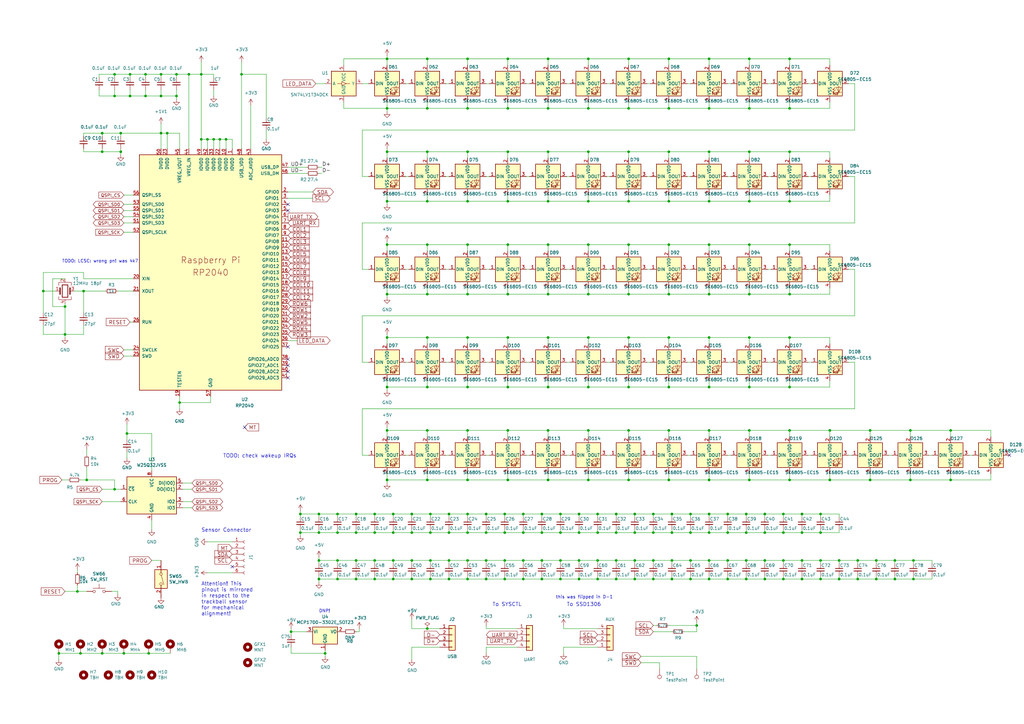
<source format=kicad_sch>
(kicad_sch (version 20230121) (generator eeschema)
  (paper "A3")
  (junction (at 168.91 237.49))
  (junction (at 175.26 100.33))
  (junction (at 267.97 229.87))
  (junction (at 184.15 218.44))
  (junction (at 34.29 119.38))
  (junction (at 85.09 57.15))
  (junction (at 323.85 62.23))
  (junction (at 224.79 44.45))
  (junction (at 146.05 229.87))
  (junction (at 307.34 158.75))
  (junction (at 123.19 218.44))
  (junction (at 158.75 158.75))
  (junction (at 374.65 237.49))
  (junction (at 175.26 158.75))
  (junction (at 356.87 176.53))
  (junction (at 306.07 229.87))
  (junction (at 356.87 196.85))
  (junction (at 241.3 44.45))
  (junction (at 323.85 176.53))
  (junction (at 237.49 229.87))
  (junction (at 214.63 237.49))
  (junction (at 138.43 210.82))
  (junction (at 175.26 120.65))
  (junction (at 340.36 176.53))
  (junction (at 237.49 210.82))
  (junction (at 130.81 237.49))
  (junction (at 298.45 229.87))
  (junction (at 351.79 237.49))
  (junction (at 241.3 196.85))
  (junction (at 340.36 196.85))
  (junction (at 87.63 57.15))
  (junction (at 138.43 229.87))
  (junction (at 207.01 218.44))
  (junction (at 53.34 30.48))
  (junction (at 290.83 44.45))
  (junction (at 66.04 39.37))
  (junction (at 191.77 210.82))
  (junction (at 208.28 62.23))
  (junction (at 31.75 242.57))
  (junction (at 33.02 267.97))
  (junction (at 373.38 176.53))
  (junction (at 313.69 218.44))
  (junction (at 214.63 210.82))
  (junction (at 214.63 229.87))
  (junction (at 175.26 257.81))
  (junction (at 283.21 237.49))
  (junction (at 161.29 210.82))
  (junction (at 274.32 62.23))
  (junction (at 35.56 196.85))
  (junction (at 208.28 158.75))
  (junction (at 191.77 120.65))
  (junction (at 290.83 120.65))
  (junction (at 307.34 44.45))
  (junction (at 274.32 120.65))
  (junction (at 229.87 218.44))
  (junction (at 52.07 177.8))
  (junction (at 245.11 237.49))
  (junction (at 252.73 237.49))
  (junction (at 307.34 82.55))
  (junction (at 208.28 82.55))
  (junction (at 257.81 44.45))
  (junction (at 241.3 24.13))
  (junction (at 24.13 267.97))
  (junction (at 290.83 196.85))
  (junction (at 161.29 229.87))
  (junction (at 274.32 176.53))
  (junction (at 260.35 210.82))
  (junction (at 224.79 120.65))
  (junction (at 290.83 176.53))
  (junction (at 359.41 237.49))
  (junction (at 66.04 30.48))
  (junction (at 323.85 120.65))
  (junction (at 53.34 39.37))
  (junction (at 274.32 138.43))
  (junction (at 222.25 229.87))
  (junction (at 321.31 237.49))
  (junction (at 245.11 210.82))
  (junction (at 158.75 176.53))
  (junction (at 222.25 218.44))
  (junction (at 229.87 237.49))
  (junction (at 257.81 120.65))
  (junction (at 241.3 176.53))
  (junction (at 168.91 229.87))
  (junction (at 307.34 138.43))
  (junction (at 344.17 237.49))
  (junction (at 175.26 176.53))
  (junction (at 66.04 54.61))
  (junction (at 123.19 210.82))
  (junction (at 73.66 165.1))
  (junction (at 208.28 24.13))
  (junction (at 191.77 229.87))
  (junction (at 321.31 218.44))
  (junction (at 306.07 210.82))
  (junction (at 257.81 176.53))
  (junction (at 184.15 237.49))
  (junction (at 68.58 54.61))
  (junction (at 158.75 44.45))
  (junction (at 275.59 218.44))
  (junction (at 307.34 196.85))
  (junction (at 274.32 196.85))
  (junction (at 175.26 196.85))
  (junction (at 130.81 210.82))
  (junction (at 224.79 176.53))
  (junction (at 245.11 218.44))
  (junction (at 207.01 210.82))
  (junction (at 222.25 210.82))
  (junction (at 323.85 100.33))
  (junction (at 191.77 44.45))
  (junction (at 274.32 158.75))
  (junction (at 224.79 158.75))
  (junction (at 290.83 82.55))
  (junction (at 175.26 138.43))
  (junction (at 306.07 237.49))
  (junction (at 229.87 210.82))
  (junction (at 336.55 237.49))
  (junction (at 323.85 82.55))
  (junction (at 237.49 218.44))
  (junction (at 191.77 176.53))
  (junction (at 17.78 119.38))
  (junction (at 199.39 218.44))
  (junction (at 224.79 62.23))
  (junction (at 275.59 229.87))
  (junction (at 274.32 82.55))
  (junction (at 41.91 54.61))
  (junction (at 367.03 237.49))
  (junction (at 158.75 138.43))
  (junction (at 82.55 57.15))
  (junction (at 290.83 218.44))
  (junction (at 175.26 82.55))
  (junction (at 290.83 100.33))
  (junction (at 321.31 210.82))
  (junction (at 336.55 218.44))
  (junction (at 241.3 138.43))
  (junction (at 283.21 229.87))
  (junction (at 26.67 137.16))
  (junction (at 328.93 237.49))
  (junction (at 389.89 196.85))
  (junction (at 175.26 62.23))
  (junction (at 176.53 237.49))
  (junction (at 260.35 229.87))
  (junction (at 252.73 218.44))
  (junction (at 146.05 210.82))
  (junction (at 158.75 196.85))
  (junction (at 389.89 176.53))
  (junction (at 158.75 62.23))
  (junction (at 208.28 120.65))
  (junction (at 176.53 229.87))
  (junction (at 257.81 24.13))
  (junction (at 323.85 196.85))
  (junction (at 328.93 218.44))
  (junction (at 133.35 267.97))
  (junction (at 191.77 158.75))
  (junction (at 158.75 100.33))
  (junction (at 224.79 100.33))
  (junction (at 274.32 44.45))
  (junction (at 208.28 196.85))
  (junction (at 184.15 210.82))
  (junction (at 283.21 218.44))
  (junction (at 208.28 138.43))
  (junction (at 207.01 229.87))
  (junction (at 72.39 39.37))
  (junction (at 237.49 237.49))
  (junction (at 191.77 138.43))
  (junction (at 90.17 57.15))
  (junction (at 46.99 200.66))
  (junction (at 146.05 218.44))
  (junction (at 241.3 158.75))
  (junction (at 153.67 237.49))
  (junction (at 41.91 267.97))
  (junction (at 245.11 229.87))
  (junction (at 285.75 256.54))
  (junction (at 252.73 229.87))
  (junction (at 199.39 237.49))
  (junction (at 275.59 237.49))
  (junction (at 168.91 218.44))
  (junction (at 252.73 210.82))
  (junction (at 222.25 237.49))
  (junction (at 59.69 39.37))
  (junction (at 130.81 218.44))
  (junction (at 359.41 229.87))
  (junction (at 274.32 100.33))
  (junction (at 191.77 196.85))
  (junction (at 224.79 138.43))
  (junction (at 60.96 267.97))
  (junction (at 313.69 210.82))
  (junction (at 328.93 229.87))
  (junction (at 214.63 218.44))
  (junction (at 161.29 237.49))
  (junction (at 191.77 82.55))
  (junction (at 306.07 218.44))
  (junction (at 298.45 218.44))
  (junction (at 229.87 229.87))
  (junction (at 46.99 39.37))
  (junction (at 344.17 229.87))
  (junction (at 49.53 62.23))
  (junction (at 290.83 138.43))
  (junction (at 275.59 210.82))
  (junction (at 307.34 100.33))
  (junction (at 207.01 237.49))
  (junction (at 323.85 24.13))
  (junction (at 313.69 229.87))
  (junction (at 176.53 210.82))
  (junction (at 323.85 138.43))
  (junction (at 257.81 100.33))
  (junction (at 153.67 229.87))
  (junction (at 241.3 100.33))
  (junction (at 82.55 30.48))
  (junction (at 168.91 210.82))
  (junction (at 257.81 138.43))
  (junction (at 208.28 100.33))
  (junction (at 313.69 237.49))
  (junction (at 130.81 229.87))
  (junction (at 336.55 210.82))
  (junction (at 191.77 237.49))
  (junction (at 257.81 62.23))
  (junction (at 176.53 218.44))
  (junction (at 208.28 176.53))
  (junction (at 59.69 30.48))
  (junction (at 241.3 120.65))
  (junction (at 321.31 229.87))
  (junction (at 260.35 218.44))
  (junction (at 307.34 62.23))
  (junction (at 146.05 237.49))
  (junction (at 119.38 259.08))
  (junction (at 290.83 237.49))
  (junction (at 153.67 218.44))
  (junction (at 307.34 24.13))
  (junction (at 373.38 196.85))
  (junction (at 290.83 24.13))
  (junction (at 267.97 237.49))
  (junction (at 323.85 158.75))
  (junction (at 46.99 30.48))
  (junction (at 351.79 229.87))
  (junction (at 328.93 210.82))
  (junction (at 257.81 158.75))
  (junction (at 241.3 62.23))
  (junction (at 374.65 229.87))
  (junction (at 199.39 210.82))
  (junction (at 241.3 82.55))
  (junction (at 298.45 210.82))
  (junction (at 191.77 24.13))
  (junction (at 191.77 218.44))
  (junction (at 257.81 82.55))
  (junction (at 283.21 210.82))
  (junction (at 191.77 62.23))
  (junction (at 161.29 218.44))
  (junction (at 158.75 120.65))
  (junction (at 158.75 82.55))
  (junction (at 153.67 210.82))
  (junction (at 41.91 62.23))
  (junction (at 224.79 196.85))
  (junction (at 307.34 120.65))
  (junction (at 175.26 44.45))
  (junction (at 158.75 24.13))
  (junction (at 367.03 229.87))
  (junction (at 208.28 44.45))
  (junction (at 50.8 267.97))
  (junction (at 274.32 24.13))
  (junction (at 138.43 218.44))
  (junction (at 26.67 125.73))
  (junction (at 138.43 237.49))
  (junction (at 260.35 237.49))
  (junction (at 290.83 62.23))
  (junction (at 307.34 176.53))
  (junction (at 267.97 210.82))
  (junction (at 175.26 24.13))
  (junction (at 224.79 82.55))
  (junction (at 92.71 57.15))
  (junction (at 323.85 44.45))
  (junction (at 99.06 30.48))
  (junction (at 336.55 229.87))
  (junction (at 49.53 54.61))
  (junction (at 298.45 237.49))
  (junction (at 290.83 229.87))
  (junction (at 290.83 210.82))
  (junction (at 267.97 218.44))
  (junction (at 224.79 24.13))
  (junction (at 72.39 30.48))
  (junction (at 191.77 100.33))
  (junction (at 257.81 196.85))
  (junction (at 199.39 229.87))
  (junction (at 184.15 229.87))
  (junction (at 77.47 30.48))
  (junction (at 290.83 158.75))
  (no_connect (at 118.11 152.4))
  (no_connect (at 414.02 186.69))
  (no_connect (at 95.25 232.41))
  (no_connect (at 118.11 154.94))
  (no_connect (at 118.11 149.86))
  (no_connect (at 118.11 147.32))
  (no_connect (at 118.11 83.82))
  (no_connect (at 118.11 86.36))
  (no_connect (at 118.11 142.24))
  (no_connect (at 100.33 175.26))
  (wire (pts (xy 158.75 24.13) (xy 158.75 26.67)))
  (wire (pts (xy 252.73 212.09) (xy 252.73 210.82)))
  (wire (pts (xy 321.31 229.87) (xy 313.69 229.87)))
  (wire (pts (xy 298.45 231.14) (xy 298.45 229.87)))
  (wire (pts (xy 252.73 218.44) (xy 252.73 217.17)))
  (wire (pts (xy 252.73 237.49) (xy 252.73 236.22)))
  (wire (pts (xy 290.83 120.65) (xy 290.83 118.11)))
  (wire (pts (xy 158.75 138.43) (xy 158.75 140.97)))
  (wire (pts (xy 199.39 256.54) (xy 199.39 257.81)))
  (wire (pts (xy 72.39 40.64) (xy 72.39 39.37)))
  (wire (pts (xy 241.3 100.33) (xy 241.3 102.87)))
  (wire (pts (xy 158.75 41.91) (xy 158.75 44.45)))
  (wire (pts (xy 245.11 218.44) (xy 252.73 218.44)))
  (wire (pts (xy 290.83 82.55) (xy 307.34 82.55)))
  (wire (pts (xy 298.45 210.82) (xy 290.83 210.82)))
  (wire (pts (xy 207.01 210.82) (xy 199.39 210.82)))
  (wire (pts (xy 46.99 200.66) (xy 41.91 200.66)))
  (wire (pts (xy 87.63 57.15) (xy 90.17 57.15)))
  (wire (pts (xy 241.3 100.33) (xy 257.81 100.33)))
  (wire (pts (xy 66.04 31.75) (xy 66.04 30.48)))
  (wire (pts (xy 241.3 158.75) (xy 257.81 158.75)))
  (wire (pts (xy 138.43 218.44) (xy 146.05 218.44)))
  (wire (pts (xy 267.97 231.14) (xy 267.97 229.87)))
  (wire (pts (xy 50.8 267.97) (xy 60.96 267.97)))
  (wire (pts (xy 267.97 210.82) (xy 260.35 210.82)))
  (wire (pts (xy 46.99 36.83) (xy 46.99 39.37)))
  (wire (pts (xy 267.97 237.49) (xy 267.97 236.22)))
  (wire (pts (xy 138.43 210.82) (xy 130.81 210.82)))
  (wire (pts (xy 146.05 231.14) (xy 146.05 229.87)))
  (wire (pts (xy 52.07 177.8) (xy 52.07 180.34)))
  (wire (pts (xy 168.91 212.09) (xy 168.91 210.82)))
  (wire (pts (xy 161.29 231.14) (xy 161.29 229.87)))
  (wire (pts (xy 307.34 44.45) (xy 307.34 41.91)))
  (wire (pts (xy 323.85 82.55) (xy 323.85 80.01)))
  (wire (pts (xy 274.32 100.33) (xy 274.32 102.87)))
  (wire (pts (xy 336.55 237.49) (xy 344.17 237.49)))
  (wire (pts (xy 224.79 62.23) (xy 241.3 62.23)))
  (wire (pts (xy 118.11 71.12) (xy 125.73 71.12)))
  (wire (pts (xy 191.77 176.53) (xy 191.77 179.07)))
  (wire (pts (xy 283.21 231.14) (xy 283.21 229.87)))
  (wire (pts (xy 275.59 237.49) (xy 283.21 237.49)))
  (wire (pts (xy 138.43 218.44) (xy 138.43 217.17)))
  (wire (pts (xy 290.83 218.44) (xy 298.45 218.44)))
  (wire (pts (xy 99.06 30.48) (xy 109.22 30.48)))
  (wire (pts (xy 285.75 256.54) (xy 285.75 255.27)))
  (wire (pts (xy 191.77 212.09) (xy 191.77 210.82)))
  (wire (pts (xy 158.75 44.45) (xy 175.26 44.45)))
  (wire (pts (xy 307.34 138.43) (xy 307.34 140.97)))
  (wire (pts (xy 158.75 138.43) (xy 175.26 138.43)))
  (wire (pts (xy 208.28 138.43) (xy 224.79 138.43)))
  (wire (pts (xy 191.77 24.13) (xy 191.77 26.67)))
  (wire (pts (xy 241.3 176.53) (xy 241.3 179.07)))
  (wire (pts (xy 281.94 186.69) (xy 283.21 186.69)))
  (wire (pts (xy 208.28 176.53) (xy 208.28 179.07)))
  (wire (pts (xy 130.81 229.87) (xy 130.81 231.14)))
  (wire (pts (xy 215.9 186.69) (xy 217.17 186.69)))
  (wire (pts (xy 306.07 212.09) (xy 306.07 210.82)))
  (wire (pts (xy 87.63 31.75) (xy 87.63 30.48)))
  (wire (pts (xy 191.77 210.82) (xy 184.15 210.82)))
  (wire (pts (xy 191.77 120.65) (xy 208.28 120.65)))
  (wire (pts (xy 123.19 209.55) (xy 123.19 210.82)))
  (wire (pts (xy 158.75 196.85) (xy 175.26 196.85)))
  (wire (pts (xy 298.45 229.87) (xy 290.83 229.87)))
  (wire (pts (xy 146.05 210.82) (xy 138.43 210.82)))
  (wire (pts (xy 241.3 24.13) (xy 241.3 26.67)))
  (wire (pts (xy 257.81 24.13) (xy 274.32 24.13)))
  (wire (pts (xy 191.77 62.23) (xy 208.28 62.23)))
  (wire (pts (xy 92.71 60.96) (xy 92.71 57.15)))
  (wire (pts (xy 336.55 212.09) (xy 336.55 210.82)))
  (wire (pts (xy 208.28 158.75) (xy 224.79 158.75)))
  (wire (pts (xy 208.28 62.23) (xy 224.79 62.23)))
  (wire (pts (xy 306.07 218.44) (xy 306.07 217.17)))
  (wire (pts (xy 283.21 218.44) (xy 283.21 217.17)))
  (wire (pts (xy 184.15 218.44) (xy 191.77 218.44)))
  (wire (pts (xy 123.19 218.44) (xy 123.19 219.71)))
  (wire (pts (xy 356.87 176.53) (xy 356.87 179.07)))
  (wire (pts (xy 53.34 31.75) (xy 53.34 30.48)))
  (wire (pts (xy 351.79 229.87) (xy 344.17 229.87)))
  (wire (pts (xy 328.93 237.49) (xy 336.55 237.49)))
  (wire (pts (xy 168.91 257.81) (xy 175.26 257.81)))
  (wire (pts (xy 66.04 50.8) (xy 66.04 54.61)))
  (wire (pts (xy 351.79 237.49) (xy 359.41 237.49)))
  (wire (pts (xy 158.75 194.31) (xy 158.75 196.85)))
  (wire (pts (xy 151.13 72.39) (xy 148.59 72.39)))
  (wire (pts (xy 85.09 234.95) (xy 95.25 234.95)))
  (wire (pts (xy 90.17 60.96) (xy 90.17 57.15)))
  (wire (pts (xy 321.31 218.44) (xy 328.93 218.44)))
  (wire (pts (xy 130.81 210.82) (xy 123.19 210.82)))
  (wire (pts (xy 148.59 34.29) (xy 151.13 34.29)))
  (wire (pts (xy 207.01 237.49) (xy 207.01 236.22)))
  (wire (pts (xy 208.28 44.45) (xy 208.28 41.91)))
  (wire (pts (xy 33.02 267.97) (xy 41.91 267.97)))
  (wire (pts (xy 373.38 176.53) (xy 389.89 176.53)))
  (wire (pts (xy 323.85 100.33) (xy 340.36 100.33)))
  (wire (pts (xy 274.32 176.53) (xy 290.83 176.53)))
  (wire (pts (xy 307.34 176.53) (xy 323.85 176.53)))
  (wire (pts (xy 191.77 62.23) (xy 191.77 64.77)))
  (wire (pts (xy 306.07 237.49) (xy 313.69 237.49)))
  (wire (pts (xy 340.36 100.33) (xy 340.36 102.87)))
  (wire (pts (xy 191.77 82.55) (xy 208.28 82.55)))
  (wire (pts (xy 158.75 176.53) (xy 175.26 176.53)))
  (wire (pts (xy 175.26 24.13) (xy 175.26 26.67)))
  (wire (pts (xy 35.56 191.77) (xy 35.56 196.85)))
  (wire (pts (xy 241.3 196.85) (xy 257.81 196.85)))
  (wire (pts (xy 199.39 229.87) (xy 191.77 229.87)))
  (wire (pts (xy 34.29 119.38) (xy 34.29 128.27)))
  (wire (pts (xy 367.03 231.14) (xy 367.03 229.87)))
  (wire (pts (xy 158.75 62.23) (xy 175.26 62.23)))
  (wire (pts (xy 62.23 177.8) (xy 62.23 193.04)))
  (wire (pts (xy 274.32 138.43) (xy 274.32 140.97)))
  (wire (pts (xy 130.81 228.6) (xy 130.81 229.87)))
  (wire (pts (xy 49.53 62.23) (xy 49.53 60.96)))
  (wire (pts (xy 285.75 274.32) (xy 285.75 269.24)))
  (wire (pts (xy 290.83 138.43) (xy 290.83 140.97)))
  (wire (pts (xy 283.21 212.09) (xy 283.21 210.82)))
  (wire (pts (xy 344.17 237.49) (xy 351.79 237.49)))
  (wire (pts (xy 59.69 30.48) (xy 66.04 30.48)))
  (wire (pts (xy 313.69 212.09) (xy 313.69 210.82)))
  (wire (pts (xy 102.87 43.18) (xy 102.87 60.96)))
  (wire (pts (xy 191.77 82.55) (xy 191.77 80.01)))
  (wire (pts (xy 241.3 62.23) (xy 241.3 64.77)))
  (wire (pts (xy 290.83 237.49) (xy 290.83 236.22)))
  (wire (pts (xy 290.83 231.14) (xy 290.83 229.87)))
  (wire (pts (xy 313.69 237.49) (xy 321.31 237.49)))
  (wire (pts (xy 175.26 196.85) (xy 175.26 194.31)))
  (wire (pts (xy 265.43 110.49) (xy 266.7 110.49)))
  (wire (pts (xy 340.36 44.45) (xy 340.36 41.91)))
  (wire (pts (xy 290.83 44.45) (xy 290.83 41.91)))
  (wire (pts (xy 208.28 82.55) (xy 224.79 82.55)))
  (wire (pts (xy 153.67 237.49) (xy 161.29 237.49)))
  (wire (pts (xy 40.64 30.48) (xy 40.64 31.75)))
  (wire (pts (xy 85.09 57.15) (xy 87.63 57.15)))
  (wire (pts (xy 66.04 39.37) (xy 59.69 39.37)))
  (wire (pts (xy 176.53 231.14) (xy 176.53 229.87)))
  (wire (pts (xy 323.85 176.53) (xy 323.85 179.07)))
  (wire (pts (xy 290.83 138.43) (xy 307.34 138.43)))
  (wire (pts (xy 146.05 218.44) (xy 153.67 218.44)))
  (wire (pts (xy 340.36 120.65) (xy 340.36 118.11)))
  (wire (pts (xy 72.39 39.37) (xy 66.04 39.37)))
  (wire (pts (xy 34.29 62.23) (xy 41.91 62.23)))
  (wire (pts (xy 222.25 237.49) (xy 222.25 236.22)))
  (wire (pts (xy 73.66 54.61) (xy 68.58 54.61)))
  (wire (pts (xy 241.3 120.65) (xy 241.3 118.11)))
  (wire (pts (xy 208.28 100.33) (xy 224.79 100.33)))
  (wire (pts (xy 285.75 269.24) (xy 262.89 269.24)))
  (wire (pts (xy 222.25 210.82) (xy 214.63 210.82)))
  (wire (pts (xy 182.88 186.69) (xy 184.15 186.69)))
  (wire (pts (xy 146.05 212.09) (xy 146.05 210.82)))
  (wire (pts (xy 191.77 44.45) (xy 191.77 41.91)))
  (wire (pts (xy 241.3 82.55) (xy 241.3 80.01)))
  (wire (pts (xy 199.39 34.29) (xy 200.66 34.29)))
  (wire (pts (xy 260.35 231.14) (xy 260.35 229.87)))
  (wire (pts (xy 109.22 53.34) (xy 109.22 57.15)))
  (wire (pts (xy 158.75 158.75) (xy 158.75 160.02)))
  (wire (pts (xy 257.81 158.75) (xy 257.81 156.21)))
  (wire (pts (xy 231.14 265.43) (xy 245.11 265.43)))
  (wire (pts (xy 298.45 186.69) (xy 299.72 186.69)))
  (wire (pts (xy 52.07 187.96) (xy 52.07 185.42)))
  (wire (pts (xy 41.91 205.74) (xy 49.53 205.74)))
  (wire (pts (xy 270.51 274.32) (xy 270.51 271.78)))
  (wire (pts (xy 245.11 237.49) (xy 245.11 236.22)))
  (wire (pts (xy 191.77 196.85) (xy 191.77 194.31)))
  (wire (pts (xy 138.43 212.09) (xy 138.43 210.82)))
  (wire (pts (xy 166.37 186.69) (xy 167.64 186.69)))
  (wire (pts (xy 351.79 231.14) (xy 351.79 229.87)))
  (wire (pts (xy 73.66 165.1) (xy 86.36 165.1)))
  (wire (pts (xy 182.88 148.59) (xy 184.15 148.59)))
  (wire (pts (xy 92.71 57.15) (xy 95.25 57.15)))
  (wire (pts (xy 232.41 148.59) (xy 233.68 148.59)))
  (wire (pts (xy 359.41 229.87) (xy 351.79 229.87)))
  (wire (pts (xy 328.93 231.14) (xy 328.93 229.87)))
  (wire (pts (xy 66.04 30.48) (xy 72.39 30.48)))
  (wire (pts (xy 351.79 237.49) (xy 351.79 236.22)))
  (wire (pts (xy 62.23 213.36) (xy 62.23 217.17)))
  (wire (pts (xy 274.32 120.65) (xy 290.83 120.65)))
  (wire (pts (xy 307.34 158.75) (xy 307.34 156.21)))
  (wire (pts (xy 274.32 24.13) (xy 274.32 26.67)))
  (wire (pts (xy 232.41 72.39) (xy 233.68 72.39)))
  (wire (pts (xy 290.83 62.23) (xy 307.34 62.23)))
  (wire (pts (xy 82.55 30.48) (xy 82.55 57.15)))
  (wire (pts (xy 199.39 237.49) (xy 199.39 236.22)))
  (wire (pts (xy 323.85 196.85) (xy 340.36 196.85)))
  (wire (pts (xy 389.89 196.85) (xy 406.4 196.85)))
  (wire (pts (xy 275.59 229.87) (xy 267.97 229.87)))
  (wire (pts (xy 21.59 114.3) (xy 21.59 125.73)))
  (wire (pts (xy 72.39 30.48) (xy 77.47 30.48)))
  (wire (pts (xy 207.01 231.14) (xy 207.01 229.87)))
  (wire (pts (xy 26.67 125.73) (xy 26.67 137.16)))
  (wire (pts (xy 356.87 196.85) (xy 356.87 194.31)))
  (wire (pts (xy 224.79 82.55) (xy 241.3 82.55)))
  (wire (pts (xy 237.49 210.82) (xy 229.87 210.82)))
  (wire (pts (xy 257.81 138.43) (xy 257.81 140.97)))
  (wire (pts (xy 176.53 218.44) (xy 184.15 218.44)))
  (wire (pts (xy 175.26 120.65) (xy 191.77 120.65)))
  (wire (pts (xy 26.67 137.16) (xy 26.67 138.43)))
  (wire (pts (xy 241.3 82.55) (xy 257.81 82.55)))
  (wire (pts (xy 267.97 237.49) (xy 275.59 237.49)))
  (wire (pts (xy 53.34 39.37) (xy 46.99 39.37)))
  (wire (pts (xy 290.83 100.33) (xy 290.83 102.87)))
  (wire (pts (xy 257.81 62.23) (xy 257.81 64.77)))
  (wire (pts (xy 130.81 237.49) (xy 138.43 237.49)))
  (wire (pts (xy 207.01 218.44) (xy 214.63 218.44)))
  (wire (pts (xy 290.83 44.45) (xy 307.34 44.45)))
  (wire (pts (xy 340.36 62.23) (xy 340.36 64.77)))
  (wire (pts (xy 199.39 265.43) (xy 212.09 265.43)))
  (wire (pts (xy 313.69 218.44) (xy 313.69 217.17)))
  (wire (pts (xy 241.3 196.85) (xy 241.3 194.31)))
  (wire (pts (xy 224.79 44.45) (xy 241.3 44.45)))
  (wire (pts (xy 214.63 218.44) (xy 214.63 217.17)))
  (wire (pts (xy 336.55 229.87) (xy 328.93 229.87)))
  (wire (pts (xy 46.99 31.75) (xy 46.99 30.48)))
  (wire (pts (xy 22.86 119.38) (xy 17.78 119.38)))
  (wire (pts (xy 86.36 165.1) (xy 86.36 162.56)))
  (wire (pts (xy 34.29 54.61) (xy 34.29 55.88)))
  (wire (pts (xy 290.83 176.53) (xy 307.34 176.53)))
  (wire (pts (xy 231.14 257.81) (xy 245.11 257.81)))
  (wire (pts (xy 257.81 120.65) (xy 274.32 120.65)))
  (wire (pts (xy 17.78 137.16) (xy 17.78 133.35)))
  (wire (pts (xy 241.3 24.13) (xy 257.81 24.13)))
  (wire (pts (xy 344.17 237.49) (xy 344.17 236.22)))
  (wire (pts (xy 73.66 162.56) (xy 73.66 165.1)))
  (wire (pts (xy 257.81 44.45) (xy 274.32 44.45)))
  (wire (pts (xy 281.94 72.39) (xy 283.21 72.39)))
  (wire (pts (xy 146.05 229.87) (xy 138.43 229.87)))
  (wire (pts (xy 241.3 44.45) (xy 241.3 41.91)))
  (wire (pts (xy 275.59 218.44) (xy 275.59 217.17)))
  (wire (pts (xy 323.85 120.65) (xy 340.36 120.65)))
  (wire (pts (xy 350.52 148.59) (xy 347.98 148.59)))
  (wire (pts (xy 59.69 31.75) (xy 59.69 30.48)))
  (wire (pts (xy 290.83 100.33) (xy 307.34 100.33)))
  (wire (pts (xy 53.34 30.48) (xy 59.69 30.48)))
  (wire (pts (xy 265.43 72.39) (xy 266.7 72.39)))
  (wire (pts (xy 237.49 237.49) (xy 237.49 236.22)))
  (wire (pts (xy 182.88 110.49) (xy 184.15 110.49)))
  (wire (pts (xy 275.59 218.44) (xy 283.21 218.44)))
  (wire (pts (xy 146.05 237.49) (xy 153.67 237.49)))
  (wire (pts (xy 307.34 196.85) (xy 307.34 194.31)))
  (wire (pts (xy 184.15 212.09) (xy 184.15 210.82)))
  (wire (pts (xy 184.15 218.44) (xy 184.15 217.17)))
  (wire (pts (xy 208.28 62.23) (xy 208.28 64.77)))
  (wire (pts (xy 168.91 265.43) (xy 180.34 265.43)))
  (wire (pts (xy 381 186.69) (xy 382.27 186.69)))
  (wire (pts (xy 158.75 44.45) (xy 140.97 44.45)))
  (wire (pts (xy 77.47 30.48) (xy 82.55 30.48)))
  (wire (pts (xy 34.29 114.3) (xy 34.29 111.76)))
  (wire (pts (xy 307.34 82.55) (xy 323.85 82.55)))
  (wire (pts (xy 151.13 186.69) (xy 148.59 186.69)))
  (wire (pts (xy 191.77 218.44) (xy 191.77 217.17)))
  (wire (pts (xy 158.75 24.13) (xy 175.26 24.13)))
  (wire (pts (xy 207.01 229.87) (xy 199.39 229.87)))
  (wire (pts (xy 323.85 158.75) (xy 340.36 158.75)))
  (wire (pts (xy 118.11 68.58) (xy 125.73 68.58)))
  (wire (pts (xy 72.39 36.83) (xy 72.39 39.37)))
  (wire (pts (xy 40.64 30.48) (xy 46.99 30.48)))
  (wire (pts (xy 175.26 62.23) (xy 175.26 64.77)))
  (wire (pts (xy 119.38 267.97) (xy 119.38 265.43)))
  (wire (pts (xy 222.25 212.09) (xy 222.25 210.82)))
  (wire (pts (xy 52.07 177.8) (xy 62.23 177.8)))
  (wire (pts (xy 90.17 57.15) (xy 92.71 57.15)))
  (wire (pts (xy 175.26 196.85) (xy 191.77 196.85)))
  (wire (pts (xy 161.29 212.09) (xy 161.29 210.82)))
  (wire (pts (xy 158.75 100.33) (xy 175.26 100.33)))
  (wire (pts (xy 214.63 218.44) (xy 222.25 218.44)))
  (wire (pts (xy 257.81 120.65) (xy 257.81 118.11)))
  (wire (pts (xy 176.53 212.09) (xy 176.53 210.82)))
  (wire (pts (xy 118.11 78.74) (xy 128.27 78.74)))
  (wire (pts (xy 280.67 259.08) (xy 285.75 259.08)))
  (wire (pts (xy 307.34 176.53) (xy 307.34 179.07)))
  (wire (pts (xy 168.91 210.82) (xy 161.29 210.82)))
  (wire (pts (xy 323.85 24.13) (xy 323.85 26.67)))
  (wire (pts (xy 182.88 72.39) (xy 184.15 72.39)))
  (wire (pts (xy 231.14 257.81) (xy 231.14 256.54)))
  (wire (pts (xy 336.55 210.82) (xy 328.93 210.82)))
  (wire (pts (xy 148.59 110.49) (xy 148.59 91.44)))
  (wire (pts (xy 274.32 176.53) (xy 274.32 179.07)))
  (wire (pts (xy 208.28 120.65) (xy 224.79 120.65)))
  (wire (pts (xy 257.81 82.55) (xy 274.32 82.55)))
  (wire (pts (xy 290.83 24.13) (xy 307.34 24.13)))
  (wire (pts (xy 283.21 237.49) (xy 283.21 236.22)))
  (wire (pts (xy 323.85 138.43) (xy 340.36 138.43)))
  (wire (pts (xy 208.28 196.85) (xy 208.28 194.31)))
  (wire (pts (xy 350.52 53.34) (xy 350.52 34.29)))
  (wire (pts (xy 347.98 186.69) (xy 349.25 186.69)))
  (wire (pts (xy 175.26 44.45) (xy 175.26 41.91)))
  (wire (pts (xy 34.29 114.3) (xy 54.61 114.3)))
  (wire (pts (xy 248.92 186.69) (xy 250.19 186.69)))
  (wire (pts (xy 328.93 218.44) (xy 328.93 217.17)))
  (wire (pts (xy 313.69 237.49) (xy 313.69 236.22)))
  (wire (pts (xy 241.3 44.45) (xy 257.81 44.45)))
  (wire (pts (xy 374.65 237.49) (xy 382.27 237.49)))
  (wire (pts (xy 269.24 256.54) (xy 267.97 256.54)))
  (wire (pts (xy 158.75 82.55) (xy 158.75 83.82)))
  (wire (pts (xy 123.19 210.82) (xy 123.19 212.09)))
  (wire (pts (xy 321.31 212.09) (xy 321.31 210.82)))
  (wire (pts (xy 350.52 110.49) (xy 347.98 110.49)))
  (wire (pts (xy 30.48 119.38) (xy 34.29 119.38)))
  (wire (pts (xy 17.78 137.16) (xy 26.67 137.16)))
  (wire (pts (xy 241.3 138.43) (xy 241.3 140.97)))
  (wire (pts (xy 119.38 257.81) (xy 119.38 259.08)))
  (wire (pts (xy 48.26 119.38) (xy 54.61 119.38)))
  (wire (pts (xy 307.34 100.33) (xy 323.85 100.33)))
  (wire (pts (xy 146.05 218.44) (xy 146.05 217.17)))
  (wire (pts (xy 158.75 44.45) (xy 158.75 45.72)))
  (wire (pts (xy 389.89 176.53) (xy 406.4 176.53)))
  (wire (pts (xy 283.21 210.82) (xy 275.59 210.82)))
  (wire (pts (xy 257.81 158.75) (xy 274.32 158.75)))
  (wire (pts (xy 298.45 148.59) (xy 299.72 148.59)))
  (wire (pts (xy 199.39 212.09) (xy 199.39 210.82)))
  (wire (pts (xy 298.45 212.09) (xy 298.45 210.82)))
  (wire (pts (xy 158.75 82.55) (xy 175.26 82.55)))
  (wire (pts (xy 175.26 82.55) (xy 175.26 80.01)))
  (wire (pts (xy 46.99 30.48) (xy 53.34 30.48)))
  (wire (pts (xy 344.17 231.14) (xy 344.17 229.87)))
  (wire (pts (xy 222.25 231.14) (xy 222.25 229.87)))
  (wire (pts (xy 59.69 36.83) (xy 59.69 39.37)))
  (wire (pts (xy 373.38 196.85) (xy 389.89 196.85)))
  (wire (pts (xy 175.26 158.75) (xy 175.26 156.21)))
  (wire (pts (xy 237.49 237.49) (xy 245.11 237.49)))
  (wire (pts (xy 323.85 62.23) (xy 323.85 64.77)))
  (wire (pts (xy 148.59 129.54) (xy 350.52 129.54)))
  (wire (pts (xy 191.77 231.14) (xy 191.77 229.87)))
  (wire (pts (xy 129.54 34.29) (xy 133.35 34.29)))
  (wire (pts (xy 274.32 24.13) (xy 290.83 24.13)))
  (wire (pts (xy 331.47 72.39) (xy 332.74 72.39)))
  (wire (pts (xy 215.9 34.29) (xy 217.17 34.29)))
  (wire (pts (xy 245.11 237.49) (xy 252.73 237.49)))
  (wire (pts (xy 224.79 24.13) (xy 241.3 24.13)))
  (wire (pts (xy 290.83 196.85) (xy 307.34 196.85)))
  (wire (pts (xy 168.91 231.14) (xy 168.91 229.87)))
  (wire (pts (xy 224.79 62.23) (xy 224.79 64.77)))
  (wire (pts (xy 184.15 237.49) (xy 191.77 237.49)))
  (wire (pts (xy 314.96 186.69) (xy 316.23 186.69)))
  (wire (pts (xy 364.49 186.69) (xy 365.76 186.69)))
  (wire (pts (xy 158.75 158.75) (xy 175.26 158.75)))
  (wire (pts (xy 321.31 237.49) (xy 321.31 236.22)))
  (wire (pts (xy 82.55 57.15) (xy 82.55 60.96)))
  (wire (pts (xy 267.97 212.09) (xy 267.97 210.82)))
  (wire (pts (xy 336.55 218.44) (xy 336.55 217.17)))
  (wire (pts (xy 274.32 62.23) (xy 274.32 64.77)))
  (wire (pts (xy 50.8 86.36) (xy 54.61 86.36)))
  (wire (pts (xy 237.49 218.44) (xy 245.11 218.44)))
  (wire (pts (xy 290.83 24.13) (xy 290.83 26.67)))
  (wire (pts (xy 168.91 218.44) (xy 168.91 217.17)))
  (wire (pts (xy 314.96 34.29) (xy 316.23 34.29)))
  (wire (pts (xy 275.59 237.49) (xy 275.59 236.22)))
  (wire (pts (xy 331.47 186.69) (xy 332.74 186.69)))
  (wire (pts (xy 148.59 53.34) (xy 350.52 53.34)))
  (wire (pts (xy 340.36 24.13) (xy 340.36 26.67)))
  (wire (pts (xy 161.29 210.82) (xy 153.67 210.82)))
  (wire (pts (xy 184.15 229.87) (xy 176.53 229.87)))
  (wire (pts (xy 307.34 44.45) (xy 323.85 44.45)))
  (wire (pts (xy 133.35 266.7) (xy 133.35 267.97)))
  (wire (pts (xy 119.38 259.08) (xy 125.73 259.08)))
  (wire (pts (xy 85.09 222.25) (xy 95.25 222.25)))
  (wire (pts (xy 168.91 257.81) (xy 168.91 254)))
  (wire (pts (xy 214.63 212.09) (xy 214.63 210.82)))
  (wire (pts (xy 241.3 120.65) (xy 257.81 120.65)))
  (wire (pts (xy 367.03 237.49) (xy 374.65 237.49)))
  (wire (pts (xy 35.56 196.85) (xy 46.99 196.85)))
  (wire (pts (xy 281.94 34.29) (xy 283.21 34.29)))
  (wire (pts (xy 274.32 100.33) (xy 290.83 100.33)))
  (wire (pts (xy 158.75 156.21) (xy 158.75 158.75)))
  (wire (pts (xy 215.9 148.59) (xy 217.17 148.59)))
  (wire (pts (xy 176.53 218.44) (xy 176.53 217.17)))
  (wire (pts (xy 224.79 196.85) (xy 224.79 194.31)))
  (wire (pts (xy 313.69 229.87) (xy 306.07 229.87)))
  (wire (pts (xy 175.26 120.65) (xy 175.26 118.11)))
  (wire (pts (xy 17.78 119.38) (xy 17.78 128.27)))
  (wire (pts (xy 314.96 148.59) (xy 316.23 148.59)))
  (wire (pts (xy 237.49 231.14) (xy 237.49 229.87)))
  (wire (pts (xy 222.25 218.44) (xy 222.25 217.17)))
  (wire (pts (xy 199.39 110.49) (xy 200.66 110.49)))
  (wire (pts (xy 166.37 34.29) (xy 167.64 34.29)))
  (wire (pts (xy 147.32 259.08) (xy 146.05 259.08)))
  (wire (pts (xy 50.8 95.25) (xy 54.61 95.25)))
  (wire (pts (xy 73.66 60.96) (xy 73.66 54.61)))
  (wire (pts (xy 245.11 218.44) (xy 245.11 217.17)))
  (wire (pts (xy 267.97 259.08) (xy 275.59 259.08)))
  (wire (pts (xy 274.32 82.55) (xy 274.32 80.01)))
  (wire (pts (xy 158.75 62.23) (xy 158.75 64.77)))
  (wire (pts (xy 46.99 196.85) (xy 46.99 200.66)))
  (wire (pts (xy 323.85 82.55) (xy 340.36 82.55)))
  (wire (pts (xy 265.43 34.29) (xy 266.7 34.29)))
  (wire (pts (xy 199.39 186.69) (xy 200.66 186.69)))
  (wire (pts (xy 274.32 256.54) (xy 285.75 256.54)))
  (wire (pts (xy 54.61 83.82) (xy 50.8 83.82)))
  (wire (pts (xy 168.91 229.87) (xy 161.29 229.87)))
  (wire (pts (xy 298.45 218.44) (xy 306.07 218.44)))
  (wire (pts (xy 118.11 139.7) (xy 121.92 139.7)))
  (wire (pts (xy 340.36 176.53) (xy 356.87 176.53)))
  (wire (pts (xy 138.43 237.49) (xy 138.43 236.22)))
  (wire (pts (xy 260.35 218.44) (xy 260.35 217.17)))
  (wire (pts (xy 231.14 267.97) (xy 231.14 265.43)))
  (wire (pts (xy 397.51 186.69) (xy 398.78 186.69)))
  (wire (pts (xy 224.79 176.53) (xy 241.3 176.53)))
  (wire (pts (xy 323.85 158.75) (xy 323.85 156.21)))
  (wire (pts (xy 175.26 62.23) (xy 191.77 62.23)))
  (wire (pts (xy 260.35 229.87) (xy 252.73 229.87)))
  (wire (pts (xy 307.34 24.13) (xy 307.34 26.67)))
  (wire (pts (xy 153.67 218.44) (xy 153.67 217.17)))
  (wire (pts (xy 153.67 229.87) (xy 146.05 229.87)))
  (wire (pts (xy 307.34 120.65) (xy 323.85 120.65)))
  (wire (pts (xy 373.38 176.53) (xy 373.38 179.07)))
  (wire (pts (xy 130.81 218.44) (xy 130.81 217.17)))
  (wire (pts (xy 257.81 24.13) (xy 257.81 26.67)))
  (wire (pts (xy 46.99 39.37) (xy 40.64 39.37)))
  (wire (pts (xy 215.9 72.39) (xy 217.17 72.39)))
  (wire (pts (xy 344.17 212.09) (xy 344.17 210.82)))
  (wire (pts (xy 74.93 208.28) (xy 78.74 208.28)))
  (wire (pts (xy 257.81 176.53) (xy 257.81 179.07)))
  (wire (pts (xy 73.66 165.1) (xy 73.66 167.64)))
  (wire (pts (xy 252.73 237.49) (xy 260.35 237.49)))
  (wire (pts (xy 237.49 229.87) (xy 229.87 229.87)))
  (wire (pts (xy 306.07 218.44) (xy 313.69 218.44)))
  (wire (pts (xy 148.59 72.39) (xy 148.59 53.34)))
  (wire (pts (xy 222.25 229.87) (xy 214.63 229.87)))
  (wire (pts (xy 340.36 82.55) (xy 340.36 80.01)))
  (wire (pts (xy 41.91 60.96) (xy 41.91 62.23)))
  (wire (pts (xy 350.52 129.54) (xy 350.52 110.49)))
  (wire (pts (xy 241.3 138.43) (xy 257.81 138.43)))
  (wire (pts (xy 307.34 24.13) (xy 323.85 24.13)))
  (wire (pts (xy 281.94 148.59) (xy 283.21 148.59)))
  (wire (pts (xy 158.75 137.16) (xy 158.75 138.43)))
  (wire (pts (xy 307.34 158.75) (xy 323.85 158.75)))
  (wire (pts (xy 290.83 237.49) (xy 298.45 237.49)))
  (wire (pts (xy 214.63 210.82) (xy 207.01 210.82)))
  (wire (pts (xy 158.75 99.06) (xy 158.75 100.33)))
  (wire (pts (xy 118.11 81.28) (xy 128.27 81.28)))
  (wire (pts (xy 26.67 242.57) (xy 31.75 242.57)))
  (wire (pts (xy 313.69 210.82) (xy 306.07 210.82)))
  (wire (pts (xy 175.26 100.33) (xy 175.26 102.87)))
  (wire (pts (xy 130.81 237.49) (xy 130.81 238.76)))
  (wire (pts (xy 31.75 240.03) (xy 31.75 242.57)))
  (wire (pts (xy 224.79 138.43) (xy 224.79 140.97)))
  (wire (pts (xy 274.32 158.75) (xy 274.32 156.21)))
  (wire (pts (xy 175.26 158.75) (xy 191.77 158.75)))
  (wire (pts (xy 229.87 212.09) (xy 229.87 210.82)))
  (wire (pts (xy 207.01 218.44) (xy 207.01 217.17)))
  (wire (pts (xy 274.32 82.55) (xy 290.83 82.55)))
  (wire (pts (xy 133.35 267.97) (xy 133.35 269.24)))
  (wire (pts (xy 33.02 196.85) (xy 35.56 196.85)))
  (wire (pts (xy 298.45 34.29) (xy 299.72 34.29)))
  (wire (pts (xy 389.89 196.85) (xy 389.89 194.31)))
  (wire (pts (xy 257.81 100.33) (xy 257.81 102.87)))
  (wire (pts (xy 340.36 196.85) (xy 340.36 194.31)))
  (wire (pts (xy 245.11 229.87) (xy 237.49 229.87)))
  (wire (pts (xy 340.36 158.75) (xy 340.36 156.21)))
  (wire (pts (xy 257.81 138.43) (xy 274.32 138.43)))
  (wire (pts (xy 191.77 218.44) (xy 199.39 218.44)))
  (wire (pts (xy 265.43 148.59) (xy 266.7 148.59)))
  (wire (pts (xy 166.37 148.59) (xy 167.64 148.59)))
  (wire (pts (xy 214.63 237.49) (xy 222.25 237.49)))
  (wire (pts (xy 41.91 267.97) (xy 50.8 267.97)))
  (wire (pts (xy 158.75 196.85) (xy 158.75 198.12)))
  (wire (pts (xy 313.69 231.14) (xy 313.69 229.87)))
  (wire (pts (xy 215.9 110.49) (xy 217.17 110.49)))
  (wire (pts (xy 41.91 55.88) (xy 41.91 54.61)))
  (wire (pts (xy 199.39 218.44) (xy 199.39 217.17)))
  (wire (pts (xy 252.73 229.87) (xy 245.11 229.87)))
  (wire (pts (xy 191.77 237.49) (xy 191.77 236.22)))
  (wire (pts (xy 191.77 100.33) (xy 191.77 102.87)))
  (wire (pts (xy 275.59 231.14) (xy 275.59 229.87)))
  (wire (pts (xy 260.35 237.49) (xy 267.97 237.49)))
  (wire (pts (xy 241.3 176.53) (xy 257.81 176.53)))
  (wire (pts (xy 119.38 259.08) (xy 119.38 260.35)))
  (wire (pts (xy 199.39 210.82) (xy 191.77 210.82)))
  (wire (pts (xy 66.04 36.83) (xy 66.04 39.37)))
  (wire (pts (xy 406.4 196.85) (xy 406.4 194.31)))
  (wire (pts (xy 328.93 212.09) (xy 328.93 210.82)))
  (wire (pts (xy 323.85 100.33) (xy 323.85 102.87)))
  (wire (pts (xy 199.39 72.39) (xy 200.66 72.39)))
  (wire (pts (xy 85.09 60.96) (xy 85.09 57.15)))
  (wire (pts (xy 191.77 196.85) (xy 208.28 196.85)))
  (wire (pts (xy 99.06 25.4) (xy 99.06 30.48)))
  (wire (pts (xy 78.74 205.74) (xy 74.93 205.74)))
  (wire (pts (xy 50.8 146.05) (xy 54.61 146.05)))
  (wire (pts (xy 222.25 237.49) (xy 229.87 237.49)))
  (wire (pts (xy 382.27 231.14) (xy 382.27 229.87)))
  (wire (pts (xy 82.55 57.15) (xy 85.09 57.15)))
  (wire (pts (xy 175.26 138.43) (xy 191.77 138.43)))
  (wire (pts (xy 176.53 237.49) (xy 184.15 237.49)))
  (wire (pts (xy 359.41 231.14) (xy 359.41 229.87)))
  (wire (pts (xy 307.34 196.85) (xy 323.85 196.85)))
  (wire (pts (xy 222.25 218.44) (xy 229.87 218.44)))
  (wire (pts (xy 168.91 237.49) (xy 176.53 237.49)))
  (wire (pts (xy 373.38 196.85) (xy 373.38 194.31)))
  (wire (pts (xy 224.79 176.53) (xy 224.79 179.07)))
  (wire (pts (xy 283.21 237.49) (xy 290.83 237.49)))
  (wire (pts (xy 237.49 218.44) (xy 237.49 217.17)))
  (wire (pts (xy 224.79 120.65) (xy 224.79 118.11)))
  (wire (pts (xy 298.45 237.49) (xy 298.45 236.22)))
  (wire (pts (xy 306.07 237.49) (xy 306.07 236.22)))
  (wire (pts (xy 208.28 24.13) (xy 208.28 26.67)))
  (wire (pts (xy 175.26 138.43) (xy 175.26 140.97)))
  (wire (pts (xy 208.28 100.33) (xy 208.28 102.87)))
  (wire (pts (xy 389.89 176.53) (xy 389.89 179.07)))
  (wire (pts (xy 50.8 80.01) (xy 54.61 80.01)))
  (wire (pts (xy 132.08 68.58) (xy 130.81 68.58)))
  (wire (pts (xy 285.75 259.08) (xy 285.75 256.54)))
  (wire (pts (xy 260.35 210.82) (xy 252.73 210.82)))
  (wire (pts (xy 290.83 158.75) (xy 307.34 158.75)))
  (wire (pts (xy 74.93 200.66) (xy 78.74 200.66)))
  (wire (pts (xy 306.07 231.14) (xy 306.07 229.87)))
  (wire (pts (xy 374.65 237.49) (xy 374.65 236.22)))
  (wire (pts (xy 207.01 212.09) (xy 207.01 210.82)))
  (wire (pts (xy 323.85 196.85) (xy 323.85 194.31)))
  (wire (pts (xy 224.79 120.65) (xy 241.3 120.65)))
  (wire (pts (xy 153.67 231.14) (xy 153.67 229.87)))
  (wire (pts (xy 274.32 44.45) (xy 290.83 44.45)))
  (wire (pts (xy 245.11 210.82) (xy 237.49 210.82)))
  (wire (pts (xy 34.29 137.16) (xy 34.29 133.35)))
  (wire (pts (xy 146.05 237.49) (xy 146.05 236.22)))
  (wire (pts (xy 290.83 210.82) (xy 283.21 210.82)))
  (wire (pts (xy 60.96 267.97) (xy 69.85 267.97)))
  (wire (pts (xy 130.81 218.44) (xy 138.43 218.44)))
  (wire (pts (xy 274.32 120.65) (xy 274.32 118.11)))
  (wire (pts (xy 323.85 120.65) (xy 323.85 118.11)))
  (wire (pts (xy 275.59 210.82) (xy 267.97 210.82)))
  (wire (pts (xy 224.79 44.45) (xy 224.79 41.91)))
  (wire (pts (xy 175.26 100.33) (xy 191.77 100.33)))
  (wire (pts (xy 182.88 34.29) (xy 184.15 34.29)))
  (wire (pts (xy 132.08 71.12) (xy 130.81 71.12)))
  (wire (pts (xy 260.35 218.44) (xy 267.97 218.44)))
  (wire (pts (xy 257.81 100.33) (xy 274.32 100.33)))
  (wire (pts (xy 340.36 176.53) (xy 340.36 179.07)))
  (wire (pts (xy 208.28 158.75) (xy 208.28 156.21)))
  (wire (pts (xy 281.94 110.49) (xy 283.21 110.49)))
  (wire (pts (xy 208.28 82.55) (xy 208.28 80.01)))
  (wire (pts (xy 224.79 138.43) (xy 241.3 138.43)))
  (wire (pts (xy 24.13 270.51) (xy 24.13 267.97)))
  (wire (pts (xy 199.39 267.97) (xy 199.39 265.43)))
  (wire (pts (xy 257.81 196.85) (xy 257.81 194.31)))
  (wire (pts (xy 257.81 62.23) (xy 274.32 62.23)))
  (wire (pts (xy 298.45 237.49) (xy 306.07 237.49)))
  (wire (pts (xy 265.43 186.69) (xy 266.7 186.69)))
  (wire (pts (xy 175.26 82.55) (xy 191.77 82.55)))
  (wire (pts (xy 290.83 212.09) (xy 290.83 210.82)))
  (wire (pts (xy 229.87 237.49) (xy 237.49 237.49)))
  (wire (pts (xy 49.53 54.61) (xy 41.91 54.61)))
  (wire (pts (xy 34.29 119.38) (xy 43.18 119.38)))
  (wire (pts (xy 267.97 218.44) (xy 275.59 218.44)))
  (wire (pts (xy 153.67 212.09) (xy 153.67 210.82)))
  (wire (pts (xy 229.87 237.49) (xy 229.87 236.22)))
  (wire (pts (xy 214.63 237.49) (xy 214.63 236.22)))
  (wire (pts (xy 229.87 229.87) (xy 222.25 229.87)))
  (wire (pts (xy 313.69 218.44) (xy 321.31 218.44)))
  (wire (pts (xy 158.75 175.26) (xy 158.75 176.53)))
  (wire (pts (xy 21.59 125.73) (xy 26.67 125.73)))
  (wire (pts (xy 158.75 120.65) (xy 158.75 121.92)))
  (wire (pts (xy 176.53 237.49) (xy 176.53 236.22)))
  (wire (pts (xy 138.43 229.87) (xy 130.81 229.87)))
  (wire (pts (xy 191.77 158.75) (xy 208.28 158.75)))
  (wire (pts (xy 140.97 24.13) (xy 140.97 26.67)))
  (wire (pts (xy 87.63 36.83) (xy 87.63 39.37)))
  (wire (pts (xy 356.87 196.85) (xy 373.38 196.85)))
  (wire (pts (xy 248.92 72.39) (xy 250.19 72.39)))
  (wire (pts (xy 323.85 24.13) (xy 340.36 24.13)))
  (wire (pts (xy 224.79 196.85) (xy 241.3 196.85)))
  (wire (pts (xy 158.75 60.96) (xy 158.75 62.23)))
  (wire (pts (xy 350.52 167.64) (xy 350.52 148.59)))
  (wire (pts (xy 158.75 176.53) (xy 158.75 179.07)))
  (wire (pts (xy 133.35 267.97) (xy 119.38 267.97)))
  (wire (pts (xy 306.07 229.87) (xy 298.45 229.87)))
  (wire (pts (xy 323.85 138.43) (xy 323.85 140.97)))
  (wire (pts (xy 166.37 110.49) (xy 167.64 110.49)))
  (wire (pts (xy 321.31 218.44) (xy 321.31 217.17)))
  (wire (pts (xy 307.34 82.55) (xy 307.34 80.01)))
  (wire (pts (xy 161.29 218.44) (xy 161.29 217.17)))
  (wire (pts (xy 374.65 231.14) (xy 374.65 229.87)))
  (wire (pts (xy 191.77 158.75) (xy 191.77 156.21)))
  (wire (pts (xy 41.91 54.61) (xy 34.29 54.61)))
  (wire (pts (xy 72.39 31.75) (xy 72.39 30.48)))
  (wire (pts (xy 237.49 212.09) (xy 237.49 210.82)))
  (wire (pts (xy 290.83 82.55) (xy 290.83 80.01)))
  (wire (pts (xy 323.85 176.53) (xy 340.36 176.53)))
  (wire (pts (xy 229.87 231.14) (xy 229.87 229.87)))
  (wire (pts (xy 82.55 30.48) (xy 87.63 30.48)))
  (wire (pts (xy 224.79 24.13) (xy 224.79 26.67)))
  (wire (pts (xy 49.53 55.88) (xy 49.53 54.61)))
  (wire (pts (xy 382.27 237.49) (xy 382.27 236.22)))
  (wire (pts (xy 350.52 34.29) (xy 347.98 34.29)))
  (wire (pts (xy 328.93 218.44) (xy 336.55 218.44)))
  (wire (pts (xy 24.13 267.97) (xy 33.02 267.97)))
  (wire (pts (xy 328.93 210.82) (xy 321.31 210.82)))
  (wire (pts (xy 257.81 44.45) (xy 257.81 41.91)))
  (wire (pts (xy 95.25 57.15) (xy 95.25 60.96)))
  (wire (pts (xy 41.91 62.23) (xy 49.53 62.23)))
  (wire (pts (xy 130.81 236.22) (xy 130.81 237.49)))
  (wire (pts (xy 290.83 196.85) (xy 290.83 194.31)))
  (wire (pts (xy 270.51 271.78) (xy 262.89 271.78)))
  (wire (pts (xy 148.59 186.69) (xy 148.59 167.64)))
  (wire (pts (xy 252.73 218.44) (xy 260.35 218.44)))
  (wire (pts (xy 176.53 229.87) (xy 168.91 229.87)))
  (wire (pts (xy 208.28 196.85) (xy 224.79 196.85)))
  (wire (pts (xy 274.32 196.85) (xy 274.32 194.31)))
  (wire (pts (xy 153.67 210.82) (xy 146.05 210.82)))
  (wire (pts (xy 245.11 231.14) (xy 245.11 229.87)))
  (wire (pts (xy 367.03 237.49) (xy 367.03 236.22)))
  (wire (pts (xy 323.85 62.23) (xy 340.36 62.23)))
  (wire (pts (xy 331.47 34.29) (xy 332.74 34.29)))
  (wire (pts (xy 153.67 218.44) (xy 161.29 218.44)))
  (wire (pts (xy 140.97 44.45) (xy 140.97 41.91)))
  (wire (pts (xy 138.43 237.49) (xy 146.05 237.49)))
  (wire (pts (xy 267.97 229.87) (xy 260.35 229.87)))
  (wire (pts (xy 68.58 54.61) (xy 66.04 54.61)))
  (wire (pts (xy 336.55 231.14) (xy 336.55 229.87)))
  (wire (pts (xy 245.11 212.09) (xy 245.11 210.82)))
  (wire (pts (xy 382.27 229.87) (xy 374.65 229.87)))
  (wire (pts (xy 257.81 82.55) (xy 257.81 80.01)))
  (wire (pts (xy 344.17 210.82) (xy 336.55 210.82)))
  (wire (pts (xy 26.67 124.46) (xy 26.67 125.73)))
  (wire (pts (xy 252.73 210.82) (xy 245.11 210.82)))
  (wire (pts (xy 34.29 60.96) (xy 34.29 62.23)))
  (wire (pts (xy 158.75 24.13) (xy 140.97 24.13)))
  (wire (pts (xy 62.23 229.87) (xy 66.04 229.87)))
  (wire (pts (xy 175.26 176.53) (xy 175.26 179.07)))
  (wire (pts (xy 208.28 24.13) (xy 224.79 24.13)))
  (wire (pts (xy 184.15 210.82) (xy 176.53 210.82)))
  (wire (pts (xy 323.85 44.45) (xy 323.85 41.91)))
  (wire (pts (xy 267.97 218.44) (xy 267.97 217.17)))
  (wire (pts (xy 87.63 60.96) (xy 87.63 57.15)))
  (wire (pts (xy 331.47 110.49) (xy 332.74 110.49)))
  (wire (pts (xy 290.83 158.75) (xy 290.83 156.21)))
  (wire (pts (xy 298.45 218.44) (xy 298.45 217.17)))
  (wire (pts (xy 229.87 218.44) (xy 229.87 217.17)))
  (wire (pts (xy 331.47 148.59) (xy 332.74 148.59)))
  (wire (pts (xy 54.61 132.08) (xy 53.34 132.08)))
  (wire (pts (xy 66.04 54.61) (xy 66.04 60.96)))
  (wire (pts (xy 191.77 237.49) (xy 199.39 237.49)))
  (wire (pts (xy 161.29 237.49) (xy 168.91 237.49)))
  (wire (pts (xy 321.31 231.14) (xy 321.31 229.87)))
  (wire (pts (xy 214.63 231.14) (xy 214.63 229.87)))
  (wire (pts (xy 77.47 60.96) (xy 77.47 30.48)))
  (wire (pts (xy 307.34 138.43) (xy 323.85 138.43)))
  (wire (pts (xy 356.87 176.53) (xy 373.38 176.53)))
  (wire (pts (xy 248.92 148.59) (xy 250.19 148.59)))
  (wire (pts (xy 176.53 210.82) (xy 168.91 210.82)))
  (wire (pts (xy 34.29 111.76) (xy 17.78 111.76)))
  (wire (pts (xy 257.81 196.85) (xy 274.32 196.85)))
  (wire (pts (xy 283.21 229.87) (xy 275.59 229.87)))
  (wire (pts (xy 59.69 39.37) (xy 53.34 39.37)))
  (wire (pts (xy 175.26 176.53) (xy 191.77 176.53)))
  (wire (pts (xy 153.67 237.49) (xy 153.67 236.22)))
  (wire (pts (xy 158.75 80.01) (xy 158.75 82.55)))
  (wire (pts (xy 248.92 110.49) (xy 250.19 110.49)))
  (wire (pts (xy 208.28 120.65) (xy 208.28 118.11)))
  (wire (pts (xy 161.29 237.49) (xy 161.29 236.22)))
  (wire (pts (xy 53.34 36.83) (xy 53.34 39.37)))
  (wire (pts (xy 48.26 243.84) (xy 48.26 242.57)))
  (wire (pts (xy 328.93 237.49) (xy 328.93 236.22)))
  (wire (pts (xy 191.77 100.33) (xy 208.28 100.33)))
  (wire (pts (xy 207.01 237.49) (xy 214.63 237.49)))
  (wire (pts (xy 151.13 148.59) (xy 148.59 148.59)))
  (wire (pts (xy 151.13 110.49) (xy 148.59 110.49)))
  (wire (pts (xy 48.26 242.57) (xy 45.72 242.57)))
  (wire (pts (xy 191.77 44.45) (xy 208.28 44.45)))
  (wire (pts (xy 175.26 44.45) (xy 191.77 44.45)))
  (wire (pts (xy 123.19 218.44) (xy 130.81 218.44)))
  (wire (pts (xy 40.64 39.37) (xy 40.64 36.83)))
  (wire (pts (xy 199.39 148.59) (xy 200.66 148.59)))
  (wire (pts (xy 17.78 111.76) (xy 17.78 119.38)))
  (wire (pts (xy 161.29 229.87) (xy 153.67 229.87)))
  (wire (pts (xy 191.77 138.43) (xy 208.28 138.43)))
  (wire (pts (xy 52.07 173.99) (xy 52.07 177.8)))
  (wire (pts (xy 283.21 218.44) (xy 290.83 218.44)))
  (wire (pts (xy 49.53 63.5) (xy 49.53 62.23)))
  (wire (pts (xy 328.93 229.87) (xy 321.31 229.87)))
  (wire (pts (xy 184.15 237.49) (xy 184.15 236.22)))
  (wire (pts (xy 260.35 237.49) (xy 260.35 236.22)))
  (wire (pts (xy 26.67 114.3) (xy 21.59 114.3)))
  (wire (pts (xy 175.26 257.81) (xy 180.34 257.81)))
  (wire (pts (xy 232.41 34.29) (xy 233.68 34.29)))
  (wire (pts (xy 350.52 91.44) (xy 350.52 72.39)))
  (wire (pts (xy 158.75 100.33) (xy 158.75 102.87)))
  (wire (pts (xy 224.79 158.75) (xy 224.79 156.21)))
  (wire (pts (xy 158.75 118.11) (xy 158.75 120.65)))
  (wire (pts (xy 123.19 217.17) (xy 123.19 218.44)))
  (wire (pts (xy 214.63 229.87) (xy 207.01 229.87)))
  (wire (pts (xy 232.41 110.49) (xy 233.68 110.49)))
  (wire (pts (xy 252.73 231.14) (xy 252.73 229.87)))
  (wire (pts (xy 290.83 218.44) (xy 290.83 217.17)))
  (wire (pts (xy 298.45 72.39) (xy 299.72 72.39)))
  (wire (pts (xy 199.39 237.49) (xy 207.01 237.49)))
  (wire (pts (xy 350.52 72.39) (xy 347.98 72.39)))
  (wire (pts (xy 229.87 218.44) (xy 237.49 218.44)))
  (wire (pts (xy 68.58 60.96) (xy 68.58 54.61)))
  (wire (pts (xy 158.75 22.86) (xy 158.75 24.13)))
  (wire (pts (xy 78.74 198.12) (xy 74.93 198.12)))
  (wire (pts (xy 374.65 229.87) (xy 367.03 229.87)))
  (wire (pts (xy 224.79 100.33) (xy 224.79 102.87)))
  (wire (pts (xy 191.77 176.53) (xy 208.28 176.53)))
  (wire (pts (xy 191.77 229.87) (xy 184.15 229.87)))
  (wire (pts (xy 274.32 138.43) (xy 290.83 138.43)))
  (wire (pts (xy 27.94 196.85) (xy 25.4 196.85)))
  (wire (pts (xy 82.55 25.4) (xy 82.55 30.48)))
  (wire (pts (xy 290.83 176.53) (xy 290.83 179.07)))
  (wire (pts (xy 224.79 82.55) (xy 224.79 80.01)))
  (wire (pts (xy 314.96 72.39) (xy 316.23 72.39)))
  (wire (pts (xy 191.77 120.65) (xy 191.77 118.11)))
  (wire (pts (xy 54.61 88.9) (xy 50.8 88.9)))
  (wire (pts (xy 359.41 237.49) (xy 359.41 236.22)))
  (wire (pts (xy 314.96 110.49) (xy 316.23 110.49)))
  (wire (pts (xy 367.03 229.87) (xy 359.41 229.87)))
  (wire (pts (xy 109.22 48.26) (xy 109.22 30.48)))
  (wire (pts (xy 168.91 218.44) (xy 176.53 218.44)))
  (wire (pts (xy 307.34 100.33) (xy 307.34 102.87)))
  (wire (pts (xy 232.41 186.69) (xy 233.68 186.69)))
  (wire (pts (xy 274.32 44.45) (xy 274.32 41.91)))
  (wire (pts (xy 260.35 212.09) (xy 260.35 210.82)))
  (wire (pts (xy 290.83 62.23) (xy 290.83 64.77)))
  (wire (pts (xy 199.39 218.44) (xy 207.01 218.44)))
  (wire (pts (xy 406.4 176.53) (xy 406.4 179.07)))
  (wire (pts (xy 257.81 176.53) (xy 274.32 176.53)))
  (wire (pts (xy 148.59 91.44) (xy 350.52 91.44)))
  (wire (pts (xy 191.77 138.43) (xy 191.77 140.97)))
  (wire (pts (xy 130.81 212.09) (xy 130.81 210.82)))
  (wire (pts (xy 168.91 237.49) (xy 168.91 236.22)))
  (wire (pts (xy 158.75 120.65) (xy 175.26 120.65)))
  (wire (pts (xy 274.32 62.23) (xy 290.83 62.23)))
  (wire (pts (xy 224.79 158.75) (xy 241.3 158.75)))
  (wire (pts (xy 321.31 237.49) (xy 328.93 237.49)))
  (wire (pts (xy 54.61 143.51) (xy 50.8 143.51)))
  (wire (pts (xy 166.37 72.39) (xy 167.64 72.39)))
  (wire (pts (xy 275.59 212.09) (xy 275.59 210.82)))
  (wire (pts (xy 184.15 231.14) (xy 184.15 229.87)))
  (wire (pts (xy 31.75 233.68) (xy 31.75 234.95)))
  (wire (pts (xy 274.32 196.85) (xy 290.83 196.85)))
  (wire (pts (xy 49.53 54.61) (xy 66.04 54.61)))
  (wire (pts (xy 290.83 120.65) (xy 307.34 120.65)))
  (wire (pts (xy 323.85 44.45) (xy 340.36 44.45)))
  (wire (pts (xy 35.56 184.15) (xy 35.56 186.69)))
  (wire (pts (xy 307.34 62.23) (xy 307.34 64.77)))
  (wire (pts (xy 49.53 200.66) (xy 46.99 200.66)))
  (wire (pts (xy 359.41 237.49) (xy 367.03 237.49)))
  (wire (pts (xy 148.59 167.64) (xy 350.52 167.64)))
  (wire (pts (xy 199.39 231.14) (xy 199.39 229.87)))
  (wire (pts (xy 336.55 218.44) (xy 344.17 218.44)))
  (wire (pts (xy 26.67 137.16) (xy 34.29 137.16)))
  (wire (pts (xy 208.28 176.53) (xy 224.79 176.53)))
  (wire (pts (xy 344.17 218.44) (xy 344.17 217.17)))
  (wire (pts (xy 161.29 218.44) (xy 168.91 218.44)))
  (wire (pts (xy 307.34 120.65) (xy 307.34 118.11)))
  (wire (pts (xy 274.32 158.75) (xy 290.83 158.75)))
  (wire (pts (xy 147.32 257.81) (xy 147.32 259.08)))
  (wire (pts (xy 31.75 242.57) (xy 35.56 242.57)))
  (wire (pts (xy 290.83 229.87) (xy 283.21 229.87)))
  (wire (pts (xy 321.31 210.82) (xy 313.69 210.82)))
  (wire (pts (xy 340.36 196.85) (xy 356.87 196.85)))
  (wire (pts (xy 50.8 91.44) (xy 54.61 91.44)))
  (wire (pts (xy 138.43 231.14) (xy 138.43 229.87)))
  (wire (pts (xy 306.07 210.82) (xy 298.45 210.82)))
  (wire (pts (xy 99.06 30.48) (xy 99.06 60.96)))
  (wire (pts (xy 241.3 158.75) (xy 241.3 156.21)))
  (wire (pts (xy 241.3 62.23) (xy 257.81 62.23)))
  (wire (pts (xy 344.17 229.87) (xy 336.55 229.87)))
  (wire (pts (xy 224.79 100.33) (xy 241.3 100.33)))
  (wire (pts (xy 199.39 257.81) (xy 212.09 257.81)))
  (wire (pts (xy 175.26 24.13) (xy 191.77 24.13)))
  (wire (pts (xy 307.34 62.23) (xy 323.85 62.23)))
  (wire (pts (xy 191.77 24.13) (xy 208.28 24.13)))
  (wire (pts (xy 336.55 237.49) (xy 336.55 236.22)))
  (wire (pts (xy 340.36 138.43) (xy 340.36 140.97)))
  (wire (pts (xy 208.28 44.45) (xy 224.79 44.45)))
  (wire (pts (xy 148.59 148.59) (xy 148.59 129.54)))
  (wire (pts (xy 298.45 110.49) (xy 299.72 110.49)))
  (wire (pts (xy 248.92 34.29) (xy 250.19 34.29)))
  (wire (pts (xy 208.28 138.43) (xy 208.28 140.97)))
  (wire (pts (xy 229.87 210.82) (xy 222.25 210.82)))
  (wire (pts (xy 168.91 265.43) (xy 168.91 270.51)))
  (text "Sensor Connector" (at 82.55 218.44 0) (effects (font (size 1.524 1.524)) (justify left bottom)))
  (text "this was flipped in D-1" (at 227.965 245.745 0) (effects (font (size 1.27 1.27)) (justify left bottom)))
  (text "To SSD1306" (at 232.41 248.92 0) (effects (font (size 1.524 1.524)) (justify left bottom)))
  (text "DNP!" (at 130.81 251.46 0) (effects (font (size 1.27 1.27)) (justify left bottom)))
  (text "To SYSCTL" (at 201.93 248.92 0) (effects (font (size 1.524 1.524)) (justify left bottom)))
  (text "TODO: LCSC: wrong pn! was 4k7" (at 25.4 107.95 0) (effects (font (size 1.27 1.27)) (justify left bottom)))
  (text "Attention! This\npinout is mirrored\nin respect to the \ntrackball sensor\nfor mechanical\nalignment!" (at 82.55 252.73 0) (effects (font (size 1.524 1.524)) (justify left bottom)))
  (text "TODO: check wakeup IRQs" (at 91.44 187.96 0) (effects (font (size 1.524 1.524)) (justify left bottom)))
  (label "D-" (at 132.08 71.12 0) (effects (font (size 1.524 1.524))))
  (label "UD-" (at 124.46 71.12 180) (effects (font (size 1.524 1.524))))
  (label "D+" (at 132.08 68.58 0) (effects (font (size 1.524 1.524))))
  (label "UD+" (at 124.46 68.58 180) (effects (font (size 1.524 1.524))))
  (global_label "COL8" (shape input) (at 118.11 111.76 0) (effects (font (size 1.524 1.524))) (property "Intersheetrefs" "${INTERSHEET_REFS}" (effects hide)))
  (global_label "QSPI_SD3" (shape bidirectional) (at 50.8 91.44 180) (property "Intersheetrefs" "${INTERSHEET_REFS}" (effects hide)))
  (global_label "D+" (shape input) (at 180.34 262.89 180) (effects (font (size 1.524 1.524))) (property "Intersheetrefs" "${INTERSHEET_REFS}" (effects hide)))
  (global_label "COL10" (shape input) (at 118.11 116.84 0) (effects (font (size 1.524 1.524))) (property "Intersheetrefs" "${INTERSHEET_REFS}" (effects hide)))
  (global_label "ROW6" (shape input) (at 118.11 124.46 0) (effects (font (size 1.524 1.524))) (property "Intersheetrefs" "${INTERSHEET_REFS}" (effects hide)))
  (global_label "MT" (shape input) (at 100.33 175.26 0) (effects (font (size 1.524 1.524))) (property "Intersheetrefs" "${INTERSHEET_REFS}" (effects hide)))
  (global_label "QSPI_SD2" (shape bidirectional) (at 50.8 88.9 180) (property "Intersheetrefs" "${INTERSHEET_REFS}" (effects hide)))
  (global_label "COL9" (shape input) (at 118.11 114.3 0) (effects (font (size 1.524 1.524))) (property "Intersheetrefs" "${INTERSHEET_REFS}" (effects hide)))
  (global_label "QSPI_SD1" (shape bidirectional) (at 78.74 200.66 0) (property "Intersheetrefs" "${INTERSHEET_REFS}" (effects hide)))
  (global_label "SDA" (shape bidirectional) (at 128.27 78.74 0) (effects (font (size 1.524 1.524))) (property "Intersheetrefs" "${INTERSHEET_REFS}" (effects hide)))
  (global_label "SDA" (shape input) (at 267.97 259.08 180) (effects (font (size 1.524 1.524))) (property "Intersheetrefs" "${INTERSHEET_REFS}" (effects hide)))
  (global_label "ROW4" (shape input) (at 118.11 134.62 0) (effects (font (size 1.524 1.524))) (property "Intersheetrefs" "${INTERSHEET_REFS}" (effects hide)))
  (global_label "QSPI_SD1" (shape bidirectional) (at 50.8 86.36 180) (property "Intersheetrefs" "${INTERSHEET_REFS}" (effects hide)))
  (global_label "ROW2" (shape input) (at 118.11 129.54 0) (effects (font (size 1.524 1.524))) (property "Intersheetrefs" "${INTERSHEET_REFS}" (effects hide)))
  (global_label "COL3" (shape input) (at 118.11 99.06 0) (effects (font (size 1.524 1.524))) (property "Intersheetrefs" "${INTERSHEET_REFS}" (effects hide)))
  (global_label "D-" (shape input) (at 180.34 260.35 180) (effects (font (size 1.524 1.524))) (property "Intersheetrefs" "${INTERSHEET_REFS}" (effects hide)))
  (global_label "SWD" (shape input) (at 262.89 271.78 180) (effects (font (size 1.524 1.524))) (property "Intersheetrefs" "${INTERSHEET_REFS}" (effects hide)))
  (global_label "COL2" (shape input) (at 118.11 96.52 0) (effects (font (size 1.524 1.524))) (property "Intersheetrefs" "${INTERSHEET_REFS}" (effects hide)))
  (global_label "SWC" (shape input) (at 262.89 269.24 180) (effects (font (size 1.524 1.524))) (property "Intersheetrefs" "${INTERSHEET_REFS}" (effects hide)))
  (global_label "SWD" (shape input) (at 50.8 146.05 180) (effects (font (size 1.524 1.524))) (property "Intersheetrefs" "${INTERSHEET_REFS}" (effects hide)))
  (global_label "QSPI_CS" (shape input) (at 41.91 200.66 180) (property "Intersheetrefs" "${INTERSHEET_REFS}" (effects hide)))
  (global_label "UART_RX" (shape output) (at 212.09 260.35 180) (effects (font (size 1.524 1.524))) (property "Intersheetrefs" "${INTERSHEET_REFS}" (effects hide)))
  (global_label "UART_TX" (shape input) (at 212.09 262.89 180) (effects (font (size 1.524 1.524))) (property "Intersheetrefs" "${INTERSHEET_REFS}" (effects hide)))
  (global_label "SCL" (shape output) (at 128.27 81.28 0) (effects (font (size 1.524 1.524))) (property "Intersheetrefs" "${INTERSHEET_REFS}" (effects hide)))
  (global_label "LED_DATA" (shape output) (at 121.92 139.7 0) (effects (font (size 1.524 1.524))) (property "Intersheetrefs" "${INTERSHEET_REFS}" (effects hide)))
  (global_label "QSPI_SCK" (shape input) (at 50.8 95.25 180) (property "Intersheetrefs" "${INTERSHEET_REFS}" (effects hide)))
  (global_label "SCL" (shape input) (at 95.25 229.87 180) (effects (font (size 1.524 1.524))) (property "Intersheetrefs" "${INTERSHEET_REFS}" (effects hide)))
  (global_label "RESET" (shape input) (at 26.67 242.57 180) (effects (font (size 1.524 1.524))) (property "Intersheetrefs" "${INTERSHEET_REFS}" (effects hide)))
  (global_label "PROG" (shape input) (at 25.4 196.85 180) (effects (font (size 1.524 1.524))) (property "Intersheetrefs" "${INTERSHEET_REFS}" (effects hide)))
  (global_label "PROG" (shape input) (at 62.23 229.87 180) (effects (font (size 1.524 1.524))) (property "Intersheetrefs" "${INTERSHEET_REFS}" (effects hide)))
  (global_label "LED_DATA" (shape input) (at 129.54 34.29 180) (effects (font (size 1.524 1.524))) (property "Intersheetrefs" "${INTERSHEET_REFS}" (effects hide)))
  (global_label "ROW1" (shape input) (at 118.11 127 0) (effects (font (size 1.524 1.524))) (property "Intersheetrefs" "${INTERSHEET_REFS}" (effects hide)))
  (global_label "COL11" (shape input) (at 118.11 119.38 0) (effects (font (size 1.524 1.524))) (property "Intersheetrefs" "${INTERSHEET_REFS}" (effects hide)))
  (global_label "ROW3" (shape input) (at 118.11 137.16 0) (effects (font (size 1.524 1.524))) (property "Intersheetrefs" "${INTERSHEET_REFS}" (effects hide)))
  (global_label "QSPI_SD3" (shape bidirectional) (at 78.74 208.28 0) (property "Intersheetrefs" "${INTERSHEET_REFS}" (effects hide)))
  (global_label "SDA" (shape input) (at 245.11 262.89 180) (effects (font (size 1.524 1.524))) (property "Intersheetrefs" "${INTERSHEET_REFS}" (effects hide)))
  (global_label "COL12" (shape input) (at 118.11 121.92 0) (effects (font (size 1.524 1.524))) (property "Intersheetrefs" "${INTERSHEET_REFS}" (effects hide)))
  (global_label "QSPI_SD2" (shape bidirectional) (at 78.74 205.74 0) (property "Intersheetrefs" "${INTERSHEET_REFS}" (effects hide)))
  (global_label "QSPI_SCK" (shape input) (at 41.91 205.74 180) (property "Intersheetrefs" "${INTERSHEET_REFS}" (effects hide)))
  (global_label "SCL" (shape input) (at 267.97 256.54 180) (effects (font (size 1.524 1.524))) (property "Intersheetrefs" "${INTERSHEET_REFS}" (effects hide)))
  (global_label "COL5" (shape input) (at 118.11 104.14 0) (effects (font (size 1.524 1.524))) (property "Intersheetrefs" "${INTERSHEET_REFS}" (effects hide)))
  (global_label "MT" (shape input) (at 95.25 224.79 180) (effects (font (size 1.524 1.524))) (property "Intersheetrefs" "${INTERSHEET_REFS}" (effects hide)))
  (global_label "UART_RX" (shape input) (at 118.11 91.44 0) (effects (font (size 1.524 1.524))) (property "Intersheetrefs" "${INTERSHEET_REFS}" (effects hide)))
  (global_label "COL7" (shape input) (at 118.11 109.22 0) (effects (font (size 1.524 1.524))) (property "Intersheetrefs" "${INTERSHEET_REFS}" (effects hide)))
  (global_label "RESET" (shape input) (at 53.34 132.08 180) (effects (font (size 1.524 1.524))) (property "Intersheetrefs" "${INTERSHEET_REFS}" (effects hide)))
  (global_label "QSPI_CS" (shape input) (at 50.8 80.01 180) (property "Intersheetrefs" "${INTERSHEET_REFS}" (effects hide)))
  (global_label "UART_TX" (shape output) (at 118.11 88.9 0) (effects (font (size 1.524 1.524))) (property "Intersheetrefs" "${INTERSHEET_REFS}" (effects hide)))
  (global_label "COL4" (shape input) (at 118.11 101.6 0) (effects (font (size 1.524 1.524))) (property "Intersheetrefs" "${INTERSHEET_REFS}" (effects hide)))
  (global_label "ROW5" (shape input) (at 118.11 132.08 0) (effects (font (size 1.524 1.524))) (property "Intersheetrefs" "${INTERSHEET_REFS}" (effects hide)))
  (global_label "SWC" (shape input) (at 50.8 143.51 180) (effects (font (size 1.524 1.524))) (property "Intersheetrefs" "${INTERSHEET_REFS}" (effects hide)))
  (global_label "COL6" (shape input) (at 118.11 106.68 0) (effects (font (size 1.524 1.524))) (property "Intersheetrefs" "${INTERSHEET_REFS}" (effects hide)))
  (global_label "COL1" (shape input) (at 118.11 93.98 0) (effects (font (size 1.524 1.524))) (property "Intersheetrefs" "${INTERSHEET_REFS}" (effects hide)))
  (global_label "QSPI_SD0" (shape bidirectional) (at 50.8 83.82 180) (property "Intersheetrefs" "${INTERSHEET_REFS}" (effects hide)))
  (global_label "SDA" (shape input) (at 95.25 227.33 180) (effects (font (size 1.524 1.524))) (property "Intersheetrefs" "${INTERSHEET_REFS}" (effects hide)))
  (global_label "QSPI_SD0" (shape bidirectional) (at 78.74 198.12 0) (property "Intersheetrefs" "${INTERSHEET_REFS}" (effects hide)))
  (global_label "SCL" (shape input) (at 245.11 260.35 180) (effects (font (size 1.524 1.524))) (property "Intersheetrefs" "${INTERSHEET_REFS}" (effects hide)))
  (symbol (lib_id "Connector_Generic:Conn_01x04") (at 185.42 260.35 0) (unit 1)
    (property "Reference" "J2" (at 185.42 254 0))
    (property "Value" "USB" (at 185.42 269.24 0))
    (property "Footprint" "Connector_JST:JST_SH_SM04B-SRSS-TB_1x04-1MP_P1.00mm_Horizontal" (effects hide))
    (property "Manufacturer" "JST" (effects hide))
    (property "Manufacturer_No" "SM04B-SRSS-TB(LF)(SN)" (effects hide))
    (property "LCSC" "C160404" (effects hide))
  )
  (symbol (lib_id "Connector_Generic:Conn_01x04") (at 217.17 260.35 0) (unit 1)
    (property "Reference" "J3" (at 217.17 252.73 0))
    (property "Value" "UART" (at 217.17 270.51 0))
    (property "Footprint" "Connector_JST:JST_SH_SM04B-SRSS-TB_1x04-1MP_P1.00mm_Horizontal" (effects hide))
    (property "Manufacturer" "JST" (effects hide))
    (property "Manufacturer_No" "SM04B-SRSS-TB(LF)(SN)" (effects hide))
    (property "LCSC" "C160404" (effects hide))
  )
  (symbol (lib_id "Mechanical:MountingHole_Pad") (at 24.13 265.43 0) (unit 1)
    (property "Reference" "H1" (at 26.67 264.1854 0) (effects (justify left)))
    (property "Value" "MH1" (at 26.67 266.4968 0) (effects (justify left)))
    (property "Footprint" "MountingHole:MountingHole_2.2mm_M2_Pad" (effects hide))
    (property "LCSC" "DNP" (effects hide))
  )
  (symbol (lib_id "Mechanical:MountingHole_Pad") (at 33.02 265.43 0) (unit 1)
    (property "Reference" "H2" (at 35.56 264.1854 0) (effects (justify left)))
    (property "Value" "MH2" (at 35.56 266.4968 0) (effects (justify left)))
    (property "Footprint" "MountingHole:MountingHole_2.2mm_M2_Pad" (effects hide))
    (property "LCSC" "DNP" (effects hide))
  )
  (symbol (lib_id "Mechanical:MountingHole_Pad") (at 41.91 265.43 0) (unit 1)
    (property "Reference" "H3" (at 44.45 264.1854 0) (effects (justify left)))
    (property "Value" "MH3" (at 44.45 266.4968 0) (effects (justify left)))
    (property "Footprint" "MountingHole:MountingHole_2.2mm_M2_Pad" (effects hide))
    (property "LCSC" "DNP" (effects hide))
  )
  (symbol (lib_id "Mechanical:MountingHole_Pad") (at 50.8 265.43 0) (unit 1)
    (property "Reference" "H4" (at 53.34 264.1854 0) (effects (justify left)))
    (property "Value" "MH4" (at 53.34 266.4968 0) (effects (justify left)))
    (property "Footprint" "MountingHole:MountingHole_2.2mm_M2_Pad" (effects hide))
    (property "LCSC" "DNP" (effects hide))
  )
  (symbol (lib_id "power:GND") (at 24.13 270.51 0) (unit 1)
    (property "Reference" "#PWR043" (effects hide))
    (property "Value" "GND" (at 24.13 274.32 0))
  )
  (symbol (lib_id "Mechanical:MountingHole") (at 101.6 265.43 0) (unit 1)
    (property "Reference" "GFX1" (at 104.14 264.2616 0) (effects (justify left)))
    (property "Value" "MNT" (at 104.14 266.573 0) (effects (justify left)))
    (property "Footprint" "footprints:pocket-reform" (effects hide))
    (property "LCSC" "DNP" (effects hide))
  )
  (symbol (lib_id "Connector_Generic:Conn_01x04") (at 250.19 262.89 0) (mirror x) (unit 1)
    (property "Reference" "J4" (at 250.19 270.51 0))
    (property "Value" "AUX" (at 250.19 254 0))
    (property "Footprint" "Connector_FFC-FPC:Molex_200528-0040_1x04-1MP_P1.00mm_Horizontal" (effects hide))
    (property "Manufacturer" "XFCN" (effects hide))
    (property "Manufacturer_No" "F1002-B-04-20T-R" (effects hide))
    (property "LCSC" "C501491" (effects hide))
  )
  (symbol (lib_id "power:GND") (at 231.14 267.97 0) (unit 1)
    (property "Reference" "#PWR041" (effects hide))
    (property "Value" "GND" (at 231.14 271.78 0))
  )
  (symbol (lib_id "power:+3V3") (at 199.39 256.54 0) (unit 1)
    (property "Reference" "#PWR036" (effects hide))
    (property "Value" "+3V3" (at 199.39 252.73 0))
  )
  (symbol (lib_id "power:GND") (at 199.39 267.97 0) (unit 1)
    (property "Reference" "#PWR040" (effects hide))
    (property "Value" "GND" (at 199.39 271.78 0))
  )
  (symbol (lib_id "power:+3V3") (at 231.14 256.54 0) (unit 1)
    (property "Reference" "#PWR037" (effects hide))
    (property "Value" "+3V3" (at 228.6 252.73 0) (effects (justify left)))
  )
  (symbol (lib_id "Regulator_Linear:MCP1700-3302E_SOT23") (at 133.35 259.08 0) (unit 1)
    (property "Reference" "U4" (at 133.35 252.9332 0))
    (property "Value" "MCP1700-3302E_SOT23" (at 133.35 255.2446 0))
    (property "Footprint" "Package_TO_SOT_SMD:SOT-23" (effects hide))
    (property "Datasheet" "http://ww1.microchip.com/downloads/en/DeviceDoc/20001826D.pdf" (effects hide))
    (property "Manufacturer" "Microchip" (effects hide))
    (property "Manufacturer_No" "MCP1700T-3302E/TT" (effects hide))
    (property "Flags" "DNP" (effects hide))
    (property "LCSC" "DNP" (effects hide))
  )
  (symbol (lib_id "power:+5V") (at 119.38 257.81 0) (unit 1)
    (property "Reference" "#PWR038" (effects hide))
    (property "Value" "+5V" (at 119.38 254.254 0))
  )
  (symbol (lib_id "power:GND") (at 133.35 269.24 0) (unit 1)
    (property "Reference" "#PWR042" (effects hide))
    (property "Value" "GND" (at 133.477 273.6342 0))
  )
  (symbol (lib_id "power:+3V3") (at 147.32 257.81 0) (unit 1)
    (property "Reference" "#PWR039" (effects hide))
    (property "Value" "+3V3" (at 147.701 253.4158 0))
  )
  (symbol (lib_id "Device:C_Small") (at 119.38 262.89 0) (mirror y) (unit 1)
    (property "Reference" "C75" (at 119.126 261.112 0) (effects (justify left)))
    (property "Value" "1uF" (at 119.126 264.922 0) (effects (justify left)))
    (property "Footprint" "Capacitor_SMD:C_0603_1608Metric" (effects hide))
    (property "Manufacturer" "Yageo" (effects hide))
    (property "Manufacturer_No" "CC0603KRX5R8BB105" (effects hide))
    (property "LCSC" "C14664" (effects hide))
  )
  (symbol (lib_id "power:+5V") (at 168.91 254 0) (unit 1)
    (property "Reference" "#PWR034" (effects hide))
    (property "Value" "+5V" (at 168.91 250.444 0))
  )
  (symbol (lib_id "power:GND") (at 168.91 270.51 0) (unit 1)
    (property "Reference" "#PWR044" (effects hide))
    (property "Value" "GND" (at 169.037 274.9042 0))
  )
  (symbol (lib_id "Device:R_Small") (at 143.51 259.08 270) (unit 1)
    (property "Reference" "R8" (at 143.51 262.9916 90))
    (property "Value" "DNP" (at 143.51 261.493 90))
    (property "Footprint" "Resistor_SMD:R_0603_1608Metric" (effects hide))
    (property "LCSC" "C95177" (effects hide))
    (property "Manufacturer" "Yageo" (effects hide))
    (property "Manufacturer_No" "RC0603JR-070RL" (effects hide))
  )
  (symbol (lib_id "power:PWR_FLAG") (at 175.26 257.81 0) (unit 1)
    (property "Reference" "#FLG01" (effects hide))
    (property "Value" "PWR_FLAG" (at 175.26 253.4158 0))
  )
  (symbol (lib_id "Mechanical:MountingHole") (at 101.6 271.78 0) (unit 1)
    (property "Reference" "GFX2" (at 104.14 270.6116 0) (effects (justify left)))
    (property "Value" "MNT" (at 104.14 272.923 0) (effects (justify left)))
    (property "Footprint" "footprints:mpre-keyboard-badge-r1" (effects hide))
    (property "LCSC" "DNP" (effects hide))
  )
  (symbol (lib_id "pocket-reform-keyboard:SK6805-EC15") (at 175.26 186.69 0) (unit 1)
    (property "Reference" "D110" (at 177.8 179.8193 0))
    (property "Value" "SK6805-EC15" (at 180.34 193.7893 0))
    (property "Footprint" "footprints:SK6805-EC15" (effects hide))
    (property "Datasheet" "https://www.exp-tech.de/media/pdf/SK6805-EC15-REV-05-EN.pdf" (effects hide))
    (property "LCSC" "C2890035" (effects hide))
    (property "Manufacturer" "OPSCO" (effects hide))
    (property "Manufacturer_No" "SK6805-EC15" (effects hide))
  )
  (symbol (lib_id "Device:C_Small") (at 237.49 233.68 0) (unit 1)
    (property "Reference" "C59" (at 237.744 231.902 0) (effects (justify left)))
    (property "Value" "0.1uF" (at 237.744 235.712 0) (effects (justify left)))
    (property "Footprint" "Capacitor_SMD:C_0603_1608Metric" (effects hide))
    (property "Manufacturer" "Yageo" (effects hide))
    (property "Manufacturer_No" "CC0603JPX7R9BB104" (effects hide))
    (property "LCSC" "C14663" (effects hide))
  )
  (symbol (lib_id "Device:C_Small") (at 138.43 214.63 0) (unit 1)
    (property "Reference" "C17" (at 138.684 212.852 0) (effects (justify left)))
    (property "Value" "0.1uF" (at 138.684 216.662 0) (effects (justify left)))
    (property "Footprint" "Capacitor_SMD:C_0603_1608Metric" (effects hide))
    (property "Manufacturer" "Yageo" (effects hide))
    (property "Manufacturer_No" "CC0603JPX7R9BB104" (effects hide))
    (property "LCSC" "C14663" (effects hide))
  )
  (symbol (lib_id "Device:C_Small") (at 191.77 233.68 0) (unit 1)
    (property "Reference" "C53" (at 192.024 231.902 0) (effects (justify left)))
    (property "Value" "0.1uF" (at 192.024 235.712 0) (effects (justify left)))
    (property "Footprint" "Capacitor_SMD:C_0603_1608Metric" (effects hide))
    (property "Manufacturer" "Yageo" (effects hide))
    (property "Manufacturer_No" "CC0603JPX7R9BB104" (effects hide))
    (property "LCSC" "C14663" (effects hide))
  )
  (symbol (lib_id "pocket-reform-keyboard:SK6805-EC15") (at 290.83 110.49 0) (unit 1)
    (property "Reference" "D93" (at 293.37 103.6193 0))
    (property "Value" "SK6805-EC15" (at 295.91 117.5893 0))
    (property "Footprint" "footprints:SK6805-EC15" (effects hide))
    (property "Datasheet" "https://www.exp-tech.de/media/pdf/SK6805-EC15-REV-05-EN.pdf" (effects hide))
    (property "LCSC" "C2890035" (effects hide))
    (property "Manufacturer" "OPSCO" (effects hide))
    (property "Manufacturer_No" "SK6805-EC15" (effects hide))
  )
  (symbol (lib_id "Mechanical:MountingHole") (at 44.45 276.86 0) (unit 1)
    (property "Reference" "H8" (at 46.99 275.6154 0) (effects (justify left)))
    (property "Value" "TBH" (at 46.99 277.9268 0) (effects (justify left)))
    (property "Footprint" "MountingHole:MountingHole_2.2mm_M2" (effects hide))
    (property "LCSC" "DNP" (effects hide))
  )
  (symbol (lib_id "Device:C_Small") (at 214.63 214.63 0) (unit 1)
    (property "Reference" "C27" (at 214.884 212.852 0) (effects (justify left)))
    (property "Value" "0.1uF" (at 214.884 216.662 0) (effects (justify left)))
    (property "Footprint" "Capacitor_SMD:C_0603_1608Metric" (effects hide))
    (property "Manufacturer" "Yageo" (effects hide))
    (property "Manufacturer_No" "CC0603JPX7R9BB104" (effects hide))
    (property "LCSC" "C14663" (effects hide))
  )
  (symbol (lib_id "power:+5V") (at 158.75 60.96 0) (unit 1)
    (property "Reference" "#PWR010" (effects hide))
    (property "Value" "+5V" (at 158.75 55.88 0))
  )
  (symbol (lib_id "Device:R_Small") (at 30.48 196.85 90) (unit 1)
    (property "Reference" "R5" (at 29.972 199.898 90) (effects (justify left)))
    (property "Value" "4.7k" (at 32.766 194.818 90) (effects (justify left)))
    (property "Footprint" "Resistor_SMD:R_0603_1608Metric" (effects hide))
    (property "Manufacturer" "Yageo" (effects hide))
    (property "Manufacturer_No" "RC0603FR-074K7L" (effects hide))
    (property "LCSC" "C105428" (effects hide))
  )
  (symbol (lib_id "pocket-reform-keyboard:SK6805-EC15") (at 290.83 34.29 0) (unit 1)
    (property "Reference" "D69" (at 293.37 27.4193 0))
    (property "Value" "SK6805-EC15" (at 295.91 41.3893 0))
    (property "Footprint" "footprints:SK6805-EC15" (effects hide))
    (property "Datasheet" "https://www.exp-tech.de/media/pdf/SK6805-EC15-REV-05-EN.pdf" (effects hide))
    (property "LCSC" "C2890035" (effects hide))
    (property "Manufacturer" "OPSCO" (effects hide))
    (property "Manufacturer_No" "SK6805-EC15" (effects hide))
  )
  (symbol (lib_id "Device:R_Small") (at 35.56 189.23 0) (unit 1)
    (property "Reference" "R4" (at 37.0586 188.0616 0) (effects (justify left)))
    (property "Value" "10k" (at 37.0586 190.373 0) (effects (justify left)))
    (property "Footprint" "Resistor_SMD:R_0603_1608Metric" (effects hide))
    (property "Manufacturer" "Yageo" (effects hide))
    (property "Manufacturer_No" "RC0603JR-0710KL" (effects hide))
    (property "LCSC" "C99198" (effects hide))
  )
  (symbol (lib_id "Device:C_Small") (at 328.93 233.68 0) (unit 1)
    (property "Reference" "C71" (at 329.184 231.902 0) (effects (justify left)))
    (property "Value" "0.1uF" (at 329.184 235.712 0) (effects (justify left)))
    (property "Footprint" "Capacitor_SMD:C_0603_1608Metric" (effects hide))
    (property "Manufacturer" "Yageo" (effects hide))
    (property "Manufacturer_No" "CC0603JPX7R9BB104" (effects hide))
    (property "LCSC" "C14663" (effects hide))
  )
  (symbol (lib_id "Device:C_Small") (at 290.83 233.68 0) (unit 1)
    (property "Reference" "C66" (at 291.084 231.902 0) (effects (justify left)))
    (property "Value" "0.1uF" (at 291.084 235.712 0) (effects (justify left)))
    (property "Footprint" "Capacitor_SMD:C_0603_1608Metric" (effects hide))
    (property "Manufacturer" "Yageo" (effects hide))
    (property "Manufacturer_No" "CC0603JPX7R9BB104" (effects hide))
    (property "LCSC" "C14663" (effects hide))
  )
  (symbol (lib_id "Device:C_Small") (at 176.53 233.68 0) (unit 1)
    (property "Reference" "C51" (at 176.784 231.902 0) (effects (justify left)))
    (property "Value" "0.1uF" (at 176.784 235.712 0) (effects (justify left)))
    (property "Footprint" "Capacitor_SMD:C_0603_1608Metric" (effects hide))
    (property "Manufacturer" "Yageo" (effects hide))
    (property "Manufacturer_No" "CC0603JPX7R9BB104" (effects hide))
    (property "LCSC" "C14663" (effects hide))
  )
  (symbol (lib_id "Switch:SW_Push") (at 40.64 242.57 0) (unit 1)
    (property "Reference" "SW66" (at 40.64 235.331 0))
    (property "Value" "SW_RST" (at 40.64 237.6424 0))
    (property "Footprint" "footprints:Diptronics-PTLP2" (effects hide))
    (property "Manufacturer" "XKB" (effects hide))
    (property "Manufacturer_No" "TS-1185EC-C-D-B" (effects hide))
    (property "LCSC" "C318893" (effects hide))
  )
  (symbol (lib_id "pocket-reform-keyboard:SK6805-EC15") (at 257.81 186.69 0) (unit 1)
    (property "Reference" "D115" (at 260.35 179.8193 0))
    (property "Value" "SK6805-EC15" (at 262.89 193.7893 0))
    (property "Footprint" "footprints:SK6805-EC15" (effects hide))
    (property "Datasheet" "https://www.exp-tech.de/media/pdf/SK6805-EC15-REV-05-EN.pdf" (effects hide))
    (property "LCSC" "C2890035" (effects hide))
    (property "Manufacturer" "OPSCO" (effects hide))
    (property "Manufacturer_No" "SK6805-EC15" (effects hide))
  )
  (symbol (lib_id "pocket-reform-keyboard:SK6805-EC15") (at 208.28 110.49 0) (unit 1)
    (property "Reference" "D88" (at 210.82 103.6193 0))
    (property "Value" "SK6805-EC15" (at 213.36 117.5893 0))
    (property "Footprint" "footprints:SK6805-EC15" (effects hide))
    (property "Datasheet" "https://www.exp-tech.de/media/pdf/SK6805-EC15-REV-05-EN.pdf" (effects hide))
    (property "LCSC" "C2890035" (effects hide))
    (property "Manufacturer" "OPSCO" (effects hide))
    (property "Manufacturer_No" "SK6805-EC15" (effects hide))
  )
  (symbol (lib_id "power:+5V") (at 130.81 228.6 0) (unit 1)
    (property "Reference" "#PWR028" (effects hide))
    (property "Value" "+5V" (at 130.81 223.52 0))
  )
  (symbol (lib_id "Device:C_Small") (at 275.59 233.68 0) (unit 1)
    (property "Reference" "C64" (at 275.844 231.902 0) (effects (justify left)))
    (property "Value" "0.1uF" (at 275.844 235.712 0) (effects (justify left)))
    (property "Footprint" "Capacitor_SMD:C_0603_1608Metric" (effects hide))
    (property "Manufacturer" "Yageo" (effects hide))
    (property "Manufacturer_No" "CC0603JPX7R9BB104" (effects hide))
    (property "LCSC" "C14663" (effects hide))
  )
  (symbol (lib_id "power:GND") (at 49.53 63.5 0) (unit 1)
    (property "Reference" "#PWR011" (effects hide))
    (property "Value" "~" (at 49.53 67.31 0))
  )
  (symbol (lib_id "Device:C_Small") (at 161.29 233.68 0) (unit 1)
    (property "Reference" "C49" (at 161.544 231.902 0) (effects (justify left)))
    (property "Value" "0.1uF" (at 161.544 235.712 0) (effects (justify left)))
    (property "Footprint" "Capacitor_SMD:C_0603_1608Metric" (effects hide))
    (property "Manufacturer" "Yageo" (effects hide))
    (property "Manufacturer_No" "CC0603JPX7R9BB104" (effects hide))
    (property "LCSC" "C14663" (effects hide))
  )
  (symbol (lib_id "Device:C_Small") (at 130.81 214.63 0) (unit 1)
    (property "Reference" "C16" (at 131.064 212.852 0) (effects (justify left)))
    (property "Value" "0.1uF" (at 131.064 216.662 0) (effects (justify left)))
    (property "Footprint" "Capacitor_SMD:C_0603_1608Metric" (effects hide))
    (property "Manufacturer" "Yageo" (effects hide))
    (property "Manufacturer_No" "CC0603JPX7R9BB104" (effects hide))
    (property "LCSC" "C14663" (effects hide))
  )
  (symbol (lib_id "pocket-reform-keyboard:SK6805-EC15") (at 191.77 34.29 0) (unit 1)
    (property "Reference" "D63" (at 194.31 27.4193 0))
    (property "Value" "SK6805-EC15" (at 196.85 41.3893 0))
    (property "Footprint" "footprints:SK6805-EC15" (effects hide))
    (property "Datasheet" "https://www.exp-tech.de/media/pdf/SK6805-EC15-REV-05-EN.pdf" (effects hide))
    (property "LCSC" "C2890035" (effects hide))
    (property "Manufacturer" "OPSCO" (effects hide))
    (property "Manufacturer_No" "SK6805-EC15" (effects hide))
  )
  (symbol (lib_id "Device:C_Small") (at 344.17 233.68 0) (unit 1)
    (property "Reference" "C73" (at 344.424 231.902 0) (effects (justify left)))
    (property "Value" "0.1uF" (at 344.424 235.712 0) (effects (justify left)))
    (property "Footprint" "Capacitor_SMD:C_0603_1608Metric" (effects hide))
    (property "Manufacturer" "Yageo" (effects hide))
    (property "Manufacturer_No" "CC0603JPX7R9BB104" (effects hide))
    (property "LCSC" "C14663" (effects hide))
  )
  (symbol (lib_id "pocket-reform-keyboard:SK6805-EC15") (at 224.79 34.29 0) (unit 1)
    (property "Reference" "D65" (at 227.33 27.4193 0))
    (property "Value" "SK6805-EC15" (at 229.87 41.3893 0))
    (property "Footprint" "footprints:SK6805-EC15" (effects hide))
    (property "Datasheet" "https://www.exp-tech.de/media/pdf/SK6805-EC15-REV-05-EN.pdf" (effects hide))
    (property "LCSC" "C2890035" (effects hide))
    (property "Manufacturer" "OPSCO" (effects hide))
    (property "Manufacturer_No" "SK6805-EC15" (effects hide))
  )
  (symbol (lib_id "pocket-reform-keyboard:SK6805-EC15") (at 241.3 34.29 0) (unit 1)
    (property "Reference" "D66" (at 243.84 27.4193 0))
    (property "Value" "SK6805-EC15" (at 246.38 41.3893 0))
    (property "Footprint" "footprints:SK6805-EC15" (effects hide))
    (property "Datasheet" "https://www.exp-tech.de/media/pdf/SK6805-EC15-REV-05-EN.pdf" (effects hide))
    (property "LCSC" "C2890035" (effects hide))
    (property "Manufacturer" "OPSCO" (effects hide))
    (property "Manufacturer_No" "SK6805-EC15" (effects hide))
  )
  (symbol (lib_id "pocket-reform-keyboard:SK6805-EC15") (at 406.4 186.69 0) (unit 1)
    (property "Reference" "D128" (at 416.56 182.3593 0))
    (property "Value" "SK6805-EC15" (at 416.56 184.8993 0))
    (property "Footprint" "footprints:SK6805-EC15" (effects hide))
    (property "Datasheet" "https://www.exp-tech.de/media/pdf/SK6805-EC15-REV-05-EN.pdf" (effects hide))
    (property "LCSC" "C2890035" (effects hide))
    (property "Manufacturer" "OPSCO" (effects hide))
    (property "Manufacturer_No" "SK6805-EC15" (effects hide))
  )
  (symbol (lib_id "pocket-reform-keyboard:SK6805-EC15") (at 340.36 186.69 0) (unit 1)
    (property "Reference" "D120" (at 342.9 179.8193 0))
    (property "Value" "SK6805-EC15" (at 345.44 193.7893 0))
    (property "Footprint" "footprints:SK6805-EC15" (effects hide))
    (property "Datasheet" "https://www.exp-tech.de/media/pdf/SK6805-EC15-REV-05-EN.pdf" (effects hide))
    (property "LCSC" "C2890035" (effects hide))
    (property "Manufacturer" "OPSCO" (effects hide))
    (property "Manufacturer_No" "SK6805-EC15" (effects hide))
  )
  (symbol (lib_id "power:GND") (at 158.75 160.02 0) (unit 1)
    (property "Reference" "#PWR017" (effects hide))
    (property "Value" "GND" (at 158.75 165.1 0))
  )
  (symbol (lib_id "Device:C_Small") (at 252.73 214.63 0) (unit 1)
    (property "Reference" "C32" (at 252.984 212.852 0) (effects (justify left)))
    (property "Value" "0.1uF" (at 252.984 216.662 0) (effects (justify left)))
    (property "Footprint" "Capacitor_SMD:C_0603_1608Metric" (effects hide))
    (property "Manufacturer" "Yageo" (effects hide))
    (property "Manufacturer_No" "CC0603JPX7R9BB104" (effects hide))
    (property "LCSC" "C14663" (effects hide))
  )
  (symbol (lib_id "Device:C_Small") (at 275.59 214.63 0) (unit 1)
    (property "Reference" "C35" (at 275.844 212.852 0) (effects (justify left)))
    (property "Value" "0.1uF" (at 275.844 216.662 0) (effects (justify left)))
    (property "Footprint" "Capacitor_SMD:C_0603_1608Metric" (effects hide))
    (property "Manufacturer" "Yageo" (effects hide))
    (property "Manufacturer_No" "CC0603JPX7R9BB104" (effects hide))
    (property "LCSC" "C14663" (effects hide))
  )
  (symbol (lib_id "Device:C_Small") (at 267.97 233.68 0) (unit 1)
    (property "Reference" "C63" (at 268.224 231.902 0) (effects (justify left)))
    (property "Value" "0.1uF" (at 268.224 235.712 0) (effects (justify left)))
    (property "Footprint" "Capacitor_SMD:C_0603_1608Metric" (effects hide))
    (property "Manufacturer" "Yageo" (effects hide))
    (property "Manufacturer_No" "CC0603JPX7R9BB104" (effects hide))
    (property "LCSC" "C14663" (effects hide))
  )
  (symbol (lib_id "Mechanical:MountingHole") (at 62.23 276.86 0) (unit 1)
    (property "Reference" "H10" (at 64.77 275.6154 0) (effects (justify left)))
    (property "Value" "TBH" (at 64.77 277.9268 0) (effects (justify left)))
    (property "Footprint" "MountingHole:MountingHole_2.2mm_M2" (effects hide))
    (property "LCSC" "DNP" (effects hide))
  )
  (symbol (lib_id "power:+5V") (at 123.19 209.55 0) (unit 1)
    (property "Reference" "#PWR024" (effects hide))
    (property "Value" "+5V" (at 123.19 204.47 0))
  )
  (symbol (lib_id "Device:C_Small") (at 207.01 233.68 0) (unit 1)
    (property "Reference" "C55" (at 207.264 231.902 0) (effects (justify left)))
    (property "Value" "0.1uF" (at 207.264 235.712 0) (effects (justify left)))
    (property "Footprint" "Capacitor_SMD:C_0603_1608Metric" (effects hide))
    (property "Manufacturer" "Yageo" (effects hide))
    (property "Manufacturer_No" "CC0603JPX7R9BB104" (effects hide))
    (property "LCSC" "C14663" (effects hide))
  )
  (symbol (lib_id "Device:C_Small") (at 41.91 58.42 0) (mirror y) (unit 1)
    (property "Reference" "C10" (at 41.656 56.642 0) (effects (justify left)))
    (property "Value" "0.1uF" (at 44.45 52.07 0) (effects (justify left)))
    (property "Footprint" "Capacitor_SMD:C_0603_1608Metric" (effects hide))
    (property "Manufacturer" "Yageo" (effects hide))
    (property "Manufacturer_No" "CC0603JPX7R9BB104" (effects hide))
    (property "LCSC" "C14663" (effects hide))
  )
  (symbol (lib_id "pocket-reform-keyboard:SK6805-EC15") (at 224.79 148.59 0) (unit 1)
    (property "Reference" "D101" (at 227.33 141.7193 0))
    (property "Value" "SK6805-EC15" (at 229.87 155.6893 0))
    (property "Footprint" "footprints:SK6805-EC15" (effects hide))
    (property "Datasheet" "https://www.exp-tech.de/media/pdf/SK6805-EC15-REV-05-EN.pdf" (effects hide))
    (property "LCSC" "C2890035" (effects hide))
    (property "Manufacturer" "OPSCO" (effects hide))
    (property "Manufacturer_No" "SK6805-EC15" (effects hide))
  )
  (symbol (lib_id "pocket-reform-keyboard:SK6805-EC15") (at 191.77 72.39 0) (unit 1)
    (property "Reference" "D75" (at 194.31 65.5193 0))
    (property "Value" "SK6805-EC15" (at 196.85 79.4893 0))
    (property "Footprint" "footprints:SK6805-EC15" (effects hide))
    (property "Datasheet" "https://www.exp-tech.de/media/pdf/SK6805-EC15-REV-05-EN.pdf" (effects hide))
    (property "LCSC" "C2890035" (effects hide))
    (property "Manufacturer" "OPSCO" (effects hide))
    (property "Manufacturer_No" "SK6805-EC15" (effects hide))
  )
  (symbol (lib_id "pocket-reform-keyboard:SK6805-EC15") (at 340.36 148.59 0) (unit 1)
    (property "Reference" "D108" (at 350.52 144.2593 0))
    (property "Value" "SK6805-EC15" (at 350.52 146.7993 0))
    (property "Footprint" "footprints:SK6805-EC15" (effects hide))
    (property "Datasheet" "https://www.exp-tech.de/media/pdf/SK6805-EC15-REV-05-EN.pdf" (effects hide))
    (property "LCSC" "C2890035" (effects hide))
    (property "Manufacturer" "OPSCO" (effects hide))
    (property "Manufacturer_No" "SK6805-EC15" (effects hide))
  )
  (symbol (lib_id "pocket-reform-keyboard:SK6805-EC15") (at 340.36 34.29 0) (unit 1)
    (property "Reference" "D72" (at 350.52 29.9593 0))
    (property "Value" "SK6805-EC15" (at 350.52 32.4993 0))
    (property "Footprint" "footprints:SK6805-EC15" (effects hide))
    (property "Datasheet" "https://www.exp-tech.de/media/pdf/SK6805-EC15-REV-05-EN.pdf" (effects hide))
    (property "LCSC" "C2890035" (effects hide))
    (property "Manufacturer" "OPSCO" (effects hide))
    (property "Manufacturer_No" "SK6805-EC15" (effects hide))
  )
  (symbol (lib_id "Device:C_Small") (at 260.35 233.68 0) (unit 1)
    (property "Reference" "C62" (at 260.604 231.902 0) (effects (justify left)))
    (property "Value" "0.1uF" (at 260.604 235.712 0) (effects (justify left)))
    (property "Footprint" "Capacitor_SMD:C_0603_1608Metric" (effects hide))
    (property "Manufacturer" "Yageo" (effects hide))
    (property "Manufacturer_No" "CC0603JPX7R9BB104" (effects hide))
    (property "LCSC" "C14663" (effects hide))
  )
  (symbol (lib_id "Device:C_Small") (at 222.25 233.68 0) (unit 1)
    (property "Reference" "C57" (at 222.504 231.902 0) (effects (justify left)))
    (property "Value" "0.1uF" (at 222.504 235.712 0) (effects (justify left)))
    (property "Footprint" "Capacitor_SMD:C_0603_1608Metric" (effects hide))
    (property "Manufacturer" "Yageo" (effects hide))
    (property "Manufacturer_No" "CC0603JPX7R9BB104" (effects hide))
    (property "LCSC" "C14663" (effects hide))
  )
  (symbol (lib_id "pocket-reform-keyboard:SK6805-EC15") (at 307.34 148.59 0) (unit 1)
    (property "Reference" "D106" (at 309.88 141.7193 0))
    (property "Value" "SK6805-EC15" (at 312.42 155.6893 0))
    (property "Footprint" "footprints:SK6805-EC15" (effects hide))
    (property "Datasheet" "https://www.exp-tech.de/media/pdf/SK6805-EC15-REV-05-EN.pdf" (effects hide))
    (property "LCSC" "C2890035" (effects hide))
    (property "Manufacturer" "OPSCO" (effects hide))
    (property "Manufacturer_No" "SK6805-EC15" (effects hide))
  )
  (symbol (lib_id "power:GND") (at 109.22 57.15 0) (unit 1)
    (property "Reference" "#PWR09" (effects hide))
    (property "Value" "~" (at 109.22 60.96 0))
  )
  (symbol (lib_id "Device:C_Small") (at 313.69 233.68 0) (unit 1)
    (property "Reference" "C69" (at 313.944 231.902 0) (effects (justify left)))
    (property "Value" "0.1uF" (at 313.944 235.712 0) (effects (justify left)))
    (property "Footprint" "Capacitor_SMD:C_0603_1608Metric" (effects hide))
    (property "Manufacturer" "Yageo" (effects hide))
    (property "Manufacturer_No" "CC0603JPX7R9BB104" (effects hide))
    (property "LCSC" "C14663" (effects hide))
  )
  (symbol (lib_id "pocket-reform-keyboard:SK6805-EC15") (at 158.75 72.39 0) (unit 1)
    (property "Reference" "D73" (at 161.29 65.5193 0))
    (property "Value" "SK6805-EC15" (at 163.83 79.4893 0))
    (property "Footprint" "footprints:SK6805-EC15" (effects hide))
    (property "Datasheet" "https://www.exp-tech.de/media/pdf/SK6805-EC15-REV-05-EN.pdf" (effects hide))
    (property "LCSC" "C2890035" (effects hide))
    (property "Manufacturer" "OPSCO" (effects hide))
    (property "Manufacturer_No" "SK6805-EC15" (effects hide))
  )
  (symbol (lib_id "Device:R_Small") (at 45.72 119.38 90) (unit 1)
    (property "Reference" "R3" (at 45.72 116.84 90))
    (property "Value" "1k" (at 45.72 119.38 90))
    (property "Footprint" "Resistor_SMD:R_0603_1608Metric" (effects hide))
    (property "Manufacturer" "Yageo" (effects hide))
    (property "Manufacturer_No" "RC0603JR-071KL" (effects hide))
    (property "LCSC" "C14676" (effects hide))
  )
  (symbol (lib_id "power:GND") (at 158.75 83.82 0) (unit 1)
    (property "Reference" "#PWR012" (effects hide))
    (property "Value" "GND" (at 158.75 88.9 0))
  )
  (symbol (lib_id "pocket-reform-keyboard:SK6805-EC15") (at 175.26 110.49 0) (unit 1)
    (property "Reference" "D86" (at 177.8 103.6193 0))
    (property "Value" "SK6805-EC15" (at 180.34 117.5893 0))
    (property "Footprint" "footprints:SK6805-EC15" (effects hide))
    (property "Datasheet" "https://www.exp-tech.de/media/pdf/SK6805-EC15-REV-05-EN.pdf" (effects hide))
    (property "LCSC" "C2890035" (effects hide))
    (property "Manufacturer" "OPSCO" (effects hide))
    (property "Manufacturer_No" "SK6805-EC15" (effects hide))
  )
  (symbol (lib_id "Memory_Flash:W25Q32JVSS") (at 62.23 203.2 0) (unit 1)
    (property "Reference" "U3" (at 62.23 188.4426 0))
    (property "Value" "W25Q32JVSS" (at 62.23 190.754 0))
    (property "Footprint" "Package_SO:SOIC-8_5.23x5.23mm_P1.27mm" (effects hide))
    (property "Datasheet" "http://www.winbond.com/resource-files/w25q32jv%20revg%2003272018%20plus.pdf" (effects hide))
    (property "Manufacturer" "Winbond" (effects hide))
    (property "Manufacturer_No" "W25Q32JVSS" (effects hide))
    (property "LCSC" "C82344" (effects hide))
  )
  (symbol (lib_id "pocket-reform-keyboard:SK6805-EC15") (at 257.81 34.29 0) (unit 1)
    (property "Reference" "D67" (at 260.35 27.4193 0))
    (property "Value" "SK6805-EC15" (at 262.89 41.3893 0))
    (property "Footprint" "footprints:SK6805-EC15" (effects hide))
    (property "Datasheet" "https://www.exp-tech.de/media/pdf/SK6805-EC15-REV-05-EN.pdf" (effects hide))
    (property "LCSC" "C2890035" (effects hide))
    (property "Manufacturer" "OPSCO" (effects hide))
    (property "Manufacturer_No" "SK6805-EC15" (effects hide))
  )
  (symbol (lib_id "Device:C_Small") (at 138.43 233.68 0) (unit 1)
    (property "Reference" "C46" (at 138.684 231.902 0) (effects (justify left)))
    (property "Value" "0.1uF" (at 138.684 235.712 0) (effects (justify left)))
    (property "Footprint" "Capacitor_SMD:C_0603_1608Metric" (effects hide))
    (property "Manufacturer" "Yageo" (effects hide))
    (property "Manufacturer_No" "CC0603JPX7R9BB104" (effects hide))
    (property "LCSC" "C14663" (effects hide))
  )
  (symbol (lib_id "Device:C_Small") (at 207.01 214.63 0) (unit 1)
    (property "Reference" "C26" (at 207.264 212.852 0) (effects (justify left)))
    (property "Value" "0.1uF" (at 207.264 216.662 0) (effects (justify left)))
    (property "Footprint" "Capacitor_SMD:C_0603_1608Metric" (effects hide))
    (property "Manufacturer" "Yageo" (effects hide))
    (property "Manufacturer_No" "CC0603JPX7R9BB104" (effects hide))
    (property "LCSC" "C14663" (effects hide))
  )
  (symbol (lib_id "pocket-reform-keyboard:SK6805-EC15") (at 307.34 72.39 0) (unit 1)
    (property "Reference" "D82" (at 309.88 65.5193 0))
    (property "Value" "SK6805-EC15" (at 312.42 79.4893 0))
    (property "Footprint" "footprints:SK6805-EC15" (effects hide))
    (property "Datasheet" "https://www.exp-tech.de/media/pdf/SK6805-EC15-REV-05-EN.pdf" (effects hide))
    (property "LCSC" "C2890035" (effects hide))
    (property "Manufacturer" "OPSCO" (effects hide))
    (property "Manufacturer_No" "SK6805-EC15" (effects hide))
  )
  (symbol (lib_id "power:+3V3") (at 99.06 25.4 0) (unit 1)
    (property "Reference" "#PWR0101" (effects hide))
    (property "Value" "+3V3" (at 99.06 20.32 0))
  )
  (symbol (lib_id "pocket-reform-keyboard:SK6805-EC15") (at 290.83 148.59 0) (unit 1)
    (property "Reference" "D105" (at 293.37 141.7193 0))
    (property "Value" "SK6805-EC15" (at 295.91 155.6893 0))
    (property "Footprint" "footprints:SK6805-EC15" (effects hide))
    (property "Datasheet" "https://www.exp-tech.de/media/pdf/SK6805-EC15-REV-05-EN.pdf" (effects hide))
    (property "LCSC" "C2890035" (effects hide))
    (property "Manufacturer" "OPSCO" (effects hide))
    (property "Manufacturer_No" "SK6805-EC15" (effects hide))
  )
  (symbol (lib_id "power:+3V3") (at 85.09 234.95 90) (unit 1)
    (property "Reference" "#PWR030" (effects hide))
    (property "Value" "+3V3" (at 80.6958 234.569 0))
  )
  (symbol (lib_id "power:GND") (at 87.63 39.37 0) (unit 1)
    (property "Reference" "#PWR04" (effects hide))
    (property "Value" "~" (at 87.63 43.18 0))
  )
  (symbol (lib_id "Device:C_Small") (at 146.05 233.68 0) (unit 1)
    (property "Reference" "C47" (at 146.304 231.902 0) (effects (justify left)))
    (property "Value" "0.1uF" (at 146.304 235.712 0) (effects (justify left)))
    (property "Footprint" "Capacitor_SMD:C_0603_1608Metric" (effects hide))
    (property "Manufacturer" "Yageo" (effects hide))
    (property "Manufacturer_No" "CC0603JPX7R9BB104" (effects hide))
    (property "LCSC" "C14663" (effects hide))
  )
  (symbol (lib_id "Device:C_Small") (at 321.31 214.63 0) (unit 1)
    (property "Reference" "C41" (at 321.564 212.852 0) (effects (justify left)))
    (property "Value" "0.1uF" (at 321.564 216.662 0) (effects (justify left)))
    (property "Footprint" "Capacitor_SMD:C_0603_1608Metric" (effects hide))
    (property "Manufacturer" "Yageo" (effects hide))
    (property "Manufacturer_No" "CC0603JPX7R9BB104" (effects hide))
    (property "LCSC" "C14663" (effects hide))
  )
  (symbol (lib_id "Connector:Conn_01x06_Female") (at 100.33 227.33 0) (unit 1)
    (property "Reference" "J1" (at 102.87 227.33 90) (effects (justify right)))
    (property "Value" "Conn_01x06_Female" (effects hide))
    (property "Footprint" "Connector_FFC-FPC:Hirose_FH12-6S-0.5SH_1x06-1MP_P0.50mm_Horizontal" (effects hide))
    (property "Manufacturer" "Hirose" (effects hide))
    (property "Manufacturer_No" "FH12-6S-0.5SH(55)" (effects hide))
    (property "LCSC" "C202118" (effects hide))
  )
  (symbol (lib_id "Device:C_Small") (at 306.07 233.68 0) (unit 1)
    (property "Reference" "C68" (at 306.324 231.902 0) (effects (justify left)))
    (property "Value" "0.1uF" (at 306.324 235.712 0) (effects (justify left)))
    (property "Footprint" "Capacitor_SMD:C_0603_1608Metric" (effects hide))
    (property "Manufacturer" "Yageo" (effects hide))
    (property "Manufacturer_No" "CC0603JPX7R9BB104" (effects hide))
    (property "LCSC" "C14663" (effects hide))
  )
  (symbol (lib_id "Device:R_Small") (at 31.75 237.49 0) (unit 1)
    (property "Reference" "R6" (at 32.512 236.982 0) (effects (justify left)))
    (property "Value" "10k" (at 32.512 238.506 0) (effects (justify left)))
    (property "Footprint" "Resistor_SMD:R_0603_1608Metric" (effects hide))
    (property "Manufacturer" "Yageo" (effects hide))
    (property "Manufacturer_No" "RC0603JR-0710KL" (effects hide))
    (property "LCSC" "C99198" (effects hide))
  )
  (symbol (lib_id "pocket-reform-keyboard:SK6805-EC15") (at 274.32 34.29 0) (unit 1)
    (property "Reference" "D68" (at 276.86 27.4193 0))
    (property "Value" "SK6805-EC15" (at 279.4 41.3893 0))
    (property "Footprint" "footprints:SK6805-EC15" (effects hide))
    (property "Datasheet" "https://www.exp-tech.de/media/pdf/SK6805-EC15-REV-05-EN.pdf" (effects hide))
    (property "LCSC" "C2890035" (effects hide))
    (property "Manufacturer" "OPSCO" (effects hide))
    (property "Manufacturer_No" "SK6805-EC15" (effects hide))
  )
  (symbol (lib_id "pocket-reform-keyboard:SK6805-EC15") (at 241.3 186.69 0) (unit 1)
    (property "Reference" "D114" (at 243.84 179.8193 0))
    (property "Value" "SK6805-EC15" (at 246.38 193.7893 0))
    (property "Footprint" "footprints:SK6805-EC15" (effects hide))
    (property "Datasheet" "https://www.exp-tech.de/media/pdf/SK6805-EC15-REV-05-EN.pdf" (effects hide))
    (property "LCSC" "C2890035" (effects hide))
    (property "Manufacturer" "OPSCO" (effects hide))
    (property "Manufacturer_No" "SK6805-EC15" (effects hide))
  )
  (symbol (lib_id "Device:R_Small") (at 278.13 259.08 90) (unit 1)
    (property "Reference" "R9" (at 278.13 261.62 90))
    (property "Value" "4.7k" (at 278.13 259.08 90))
    (property "Footprint" "Resistor_SMD:R_0603_1608Metric" (effects hide))
    (property "Manufacturer" "Yageo" (effects hide))
    (property "Manufacturer_No" "RC0603FR-074K7L" (effects hide))
    (property "LCSC" "C105428" (effects hide))
  )
  (symbol (lib_id "Device:C_Small") (at 245.11 214.63 0) (unit 1)
    (property "Reference" "C31" (at 245.364 212.852 0) (effects (justify left)))
    (property "Value" "0.1uF" (at 245.364 216.662 0) (effects (justify left)))
    (property "Footprint" "Capacitor_SMD:C_0603_1608Metric" (effects hide))
    (property "Manufacturer" "Yageo" (effects hide))
    (property "Manufacturer_No" "CC0603JPX7R9BB104" (effects hide))
    (property "LCSC" "C14663" (effects hide))
  )
  (symbol (lib_id "pocket-reform-keyboard:SK6805-EC15") (at 158.75 148.59 0) (unit 1)
    (property "Reference" "D97" (at 161.29 141.7193 0))
    (property "Value" "SK6805-EC15" (at 163.83 155.6893 0))
    (property "Footprint" "footprints:SK6805-EC15" (effects hide))
    (property "Datasheet" "https://www.exp-tech.de/media/pdf/SK6805-EC15-REV-05-EN.pdf" (effects hide))
    (property "LCSC" "C2890035" (effects hide))
    (property "Manufacturer" "OPSCO" (effects hide))
    (property "Manufacturer_No" "SK6805-EC15" (effects hide))
  )
  (symbol (lib_id "pocket-reform-keyboard:SK6805-EC15") (at 323.85 72.39 0) (unit 1)
    (property "Reference" "D83" (at 326.39 65.5193 0))
    (property "Value" "SK6805-EC15" (at 328.93 79.4893 0))
    (property "Footprint" "footprints:SK6805-EC15" (effects hide))
    (property "Datasheet" "https://www.exp-tech.de/media/pdf/SK6805-EC15-REV-05-EN.pdf" (effects hide))
    (property "LCSC" "C2890035" (effects hide))
    (property "Manufacturer" "OPSCO" (effects hide))
    (property "Manufacturer_No" "SK6805-EC15" (effects hide))
  )
  (symbol (lib_id "pocket-reform-keyboard:SK6805-EC15") (at 257.81 148.59 0) (unit 1)
    (property "Reference" "D103" (at 260.35 141.7193 0))
    (property "Value" "SK6805-EC15" (at 262.89 155.6893 0))
    (property "Footprint" "footprints:SK6805-EC15" (effects hide))
    (property "Datasheet" "https://www.exp-tech.de/media/pdf/SK6805-EC15-REV-05-EN.pdf" (effects hide))
    (property "LCSC" "C2890035" (effects hide))
    (property "Manufacturer" "OPSCO" (effects hide))
    (property "Manufacturer_No" "SK6805-EC15" (effects hide))
  )
  (symbol (lib_id "Device:C_Small") (at 59.69 34.29 0) (mirror y) (unit 1)
    (property "Reference" "C4" (at 59.436 32.512 0) (effects (justify left)))
    (property "Value" "0.1uF" (at 62.23 27.94 0) (effects (justify left)))
    (property "Footprint" "Capacitor_SMD:C_0603_1608Metric" (effects hide))
    (property "Manufacturer" "Yageo" (effects hide))
    (property "Manufacturer_No" "CC0603JPX7R9BB104" (effects hide))
    (property "LCSC" "C14663" (effects hide))
  )
  (symbol (lib_id "Logic_LevelTranslator:SN74LV1T34DCK") (at 140.97 34.29 0) (unit 1)
    (property "Reference" "U1" (at 133.35 29.9593 0))
    (property "Value" "SN74LV1T34DCK" (at 127 38.8493 0))
    (property "Footprint" "Package_TO_SOT_SMD:SOT-353_SC-70-5" (effects hide))
    (property "Datasheet" "https://www.ti.com/lit/ds/symlink/sn74lv1t34.pdf" (effects hide))
    (property "Manufacturer" "Texas Instruments" (effects hide))
    (property "LCSC" "C78541" (effects hide))
    (property "Manufacturer_No" "SN74LV1T34DCKR" (effects hide))
  )
  (symbol (lib_id "Device:C_Small") (at 283.21 214.63 0) (unit 1)
    (property "Reference" "C36" (at 283.464 212.852 0) (effects (justify left)))
    (property "Value" "0.1uF" (at 283.464 216.662 0) (effects (justify left)))
    (property "Footprint" "Capacitor_SMD:C_0603_1608Metric" (effects hide))
    (property "Manufacturer" "Yageo" (effects hide))
    (property "Manufacturer_No" "CC0603JPX7R9BB104" (effects hide))
    (property "LCSC" "C14663" (effects hide))
  )
  (symbol (lib_id "Device:C_Small") (at 34.29 130.81 0) (unit 1)
    (property "Reference" "C13" (at 34.544 129.032 0) (effects (justify left)))
    (property "Value" "27pF" (at 34.544 132.842 0) (effects (justify left)))
    (property "Footprint" "Capacitor_SMD:C_0603_1608Metric" (effects hide))
    (property "Manufacturer" "Yageo" (effects hide))
    (property "Manufacturer_No" "CC0603JRNPO9BN270" (effects hide))
    (property "LCSC" "C107045" (effects hide))
  )
  (symbol (lib_id "power:GND") (at 158.75 45.72 0) (unit 1)
    (property "Reference" "#PWR07" (effects hide))
    (property "Value" "GND" (at 158.75 50.8 0))
  )
  (symbol (lib_id "power:+5V") (at 158.75 22.86 0) (unit 1)
    (property "Reference" "#PWR01" (effects hide))
    (property "Value" "+5V" (at 158.75 17.78 0))
  )
  (symbol (lib_id "Connector:TestPoint") (at 285.75 274.32 180) (unit 1)
    (property "Reference" "TP2" (at 288.29 276.3519 0) (effects (justify right)))
    (property "Value" "TestPoint" (at 288.29 278.8919 0) (effects (justify right)))
    (property "Footprint" "TestPoint:TestPoint_Pad_D1.0mm" (effects hide))
    (property "LCSC" "DNP" (effects hide))
    (property "Manufacturer_No" "DNP" (effects hide))
  )
  (symbol (lib_id "pocket-reform-keyboard:SK6805-EC15") (at 290.83 186.69 0) (unit 1)
    (property "Reference" "D117" (at 293.37 179.8193 0))
    (property "Value" "SK6805-EC15" (at 295.91 193.7893 0))
    (property "Footprint" "footprints:SK6805-EC15" (effects hide))
    (property "Datasheet" "https://www.exp-tech.de/media/pdf/SK6805-EC15-REV-05-EN.pdf" (effects hide))
    (property "LCSC" "C2890035" (effects hide))
    (property "Manufacturer" "OPSCO" (effects hide))
    (property "Manufacturer_No" "SK6805-EC15" (effects hide))
  )
  (symbol (lib_id "pocket-reform-keyboard:SK6805-EC15") (at 323.85 148.59 0) (unit 1)
    (property "Reference" "D107" (at 326.39 141.7193 0))
    (property "Value" "SK6805-EC15" (at 328.93 155.6893 0))
    (property "Footprint" "footprints:SK6805-EC15" (effects hide))
    (property "Datasheet" "https://www.exp-tech.de/media/pdf/SK6805-EC15-REV-05-EN.pdf" (effects hide))
    (property "LCSC" "C2890035" (effects hide))
    (property "Manufacturer" "OPSCO" (effects hide))
    (property "Manufacturer_No" "SK6805-EC15" (effects hide))
  )
  (symbol (lib_id "power:+3V3") (at 35.56 184.15 0) (unit 1)
    (property "Reference" "#PWR021" (effects hide))
    (property "Value" "+3V3" (at 35.941 179.7558 0))
  )
  (symbol (lib_id "pocket-reform-keyboard:SK6805-EC15") (at 307.34 34.29 0) (unit 1)
    (property "Reference" "D70" (at 309.88 27.4193 0))
    (property "Value" "SK6805-EC15" (at 312.42 41.3893 0))
    (property "Footprint" "footprints:SK6805-EC15" (effects hide))
    (property "Datasheet" "https://www.exp-tech.de/media/pdf/SK6805-EC15-REV-05-EN.pdf" (effects hide))
    (property "LCSC" "C2890035" (effects hide))
    (property "Manufacturer" "OPSCO" (effects hide))
    (property "Manufacturer_No" "SK6805-EC15" (effects hide))
  )
  (symbol (lib_id "Device:C_Small") (at 34.29 58.42 0) (unit 1)
    (property "Reference" "C9" (at 34.544 56.642 0) (effects (justify left)))
    (property "Value" "0.1uF" (at 33.02 52.07 0) (effects (justify left)))
    (property "Footprint" "Capacitor_SMD:C_0603_1608Metric" (effects hide))
    (property "Manufacturer" "Yageo" (effects hide))
    (property "Manufacturer_No" "CC0603JPX7R9BB104" (effects hide))
    (property "LCSC" "C14663" (effects hide))
  )
  (symbol (lib_id "pocket-reform-keyboard:SK6805-EC15") (at 257.81 110.49 0) (unit 1)
    (property "Reference" "D91" (at 260.35 103.6193 0))
    (property "Value" "SK6805-EC15" (at 262.89 117.5893 0))
    (property "Footprint" "footprints:SK6805-EC15" (effects hide))
    (property "Datasheet" "https://www.exp-tech.de/media/pdf/SK6805-EC15-REV-05-EN.pdf" (effects hide))
    (property "LCSC" "C2890035" (effects hide))
    (property "Manufacturer" "OPSCO" (effects hide))
    (property "Manufacturer_No" "SK6805-EC15" (effects hide))
  )
  (symbol (lib_id "Device:C_Small") (at 49.53 58.42 0) (mirror y) (unit 1)
    (property "Reference" "C11" (at 49.276 56.642 0) (effects (justify left)))
    (property "Value" "0.1uF" (at 52.07 52.07 0) (effects (justify left)))
    (property "Footprint" "Capacitor_SMD:C_0603_1608Metric" (effects hide))
    (property "Manufacturer" "Yageo" (effects hide))
    (property "Manufacturer_No" "CC0603JPX7R9BB104" (effects hide))
    (property "LCSC" "C14663" (effects hide))
  )
  (symbol (lib_id "pocket-reform-keyboard:SK6805-EC15") (at 274.32 72.39 0) (unit 1)
    (property "Reference" "D80" (at 276.86 65.5193 0))
    (property "Value" "SK6805-EC15" (at 279.4 79.4893 0))
    (property "Footprint" "footprints:SK6805-EC15" (effects hide))
    (property "Datasheet" "https://www.exp-tech.de/media/pdf/SK6805-EC15-REV-05-EN.pdf" (effects hide))
    (property "LCSC" "C2890035" (effects hide))
    (property "Manufacturer" "OPSCO" (effects hide))
    (property "Manufacturer_No" "SK6805-EC15" (effects hide))
  )
  (symbol (lib_id "power:GND") (at 130.81 238.76 0) (unit 1)
    (property "Reference" "#PWR031" (effects hide))
    (property "Value" "GND" (at 130.81 243.84 0))
  )
  (symbol (lib_id "pocket-reform-keyboard:SK6805-EC15") (at 224.79 72.39 0) (unit 1)
    (property "Reference" "D77" (at 227.33 65.5193 0))
    (property "Value" "SK6805-EC15" (at 229.87 79.4893 0))
    (property "Footprint" "footprints:SK6805-EC15" (effects hide))
    (property "Datasheet" "https://www.exp-tech.de/media/pdf/SK6805-EC15-REV-05-EN.pdf" (effects hide))
    (property "LCSC" "C2890035" (effects hide))
    (property "Manufacturer" "OPSCO" (effects hide))
    (property "Manufacturer_No" "SK6805-EC15" (effects hide))
  )
  (symbol (lib_id "Device:C_Small") (at 229.87 233.68 0) (unit 1)
    (property "Reference" "C58" (at 230.124 231.902 0) (effects (justify left)))
    (property "Value" "0.1uF" (at 230.124 235.712 0) (effects (justify left)))
    (property "Footprint" "Capacitor_SMD:C_0603_1608Metric" (effects hide))
    (property "Manufacturer" "Yageo" (effects hide))
    (property "Manufacturer_No" "CC0603JPX7R9BB104" (effects hide))
    (property "LCSC" "C14663" (effects hide))
  )
  (symbol (lib_id "Device:C_Small") (at 153.67 233.68 0) (unit 1)
    (property "Reference" "C48" (at 153.924 231.902 0) (effects (justify left)))
    (property "Value" "0.1uF" (at 153.924 235.712 0) (effects (justify left)))
    (property "Footprint" "Capacitor_SMD:C_0603_1608Metric" (effects hide))
    (property "Manufacturer" "Yageo" (effects hide))
    (property "Manufacturer_No" "CC0603JPX7R9BB104" (effects hide))
    (property "LCSC" "C14663" (effects hide))
  )
  (symbol (lib_id "Device:C_Small") (at 222.25 214.63 0) (unit 1)
    (property "Reference" "C28" (at 222.504 212.852 0) (effects (justify left)))
    (property "Value" "0.1uF" (at 222.504 216.662 0) (effects (justify left)))
    (property "Footprint" "Capacitor_SMD:C_0603_1608Metric" (effects hide))
    (property "Manufacturer" "Yageo" (effects hide))
    (property "Manufacturer_No" "CC0603JPX7R9BB104" (effects hide))
    (property "LCSC" "C14663" (effects hide))
  )
  (symbol (lib_id "Device:C_Small") (at 336.55 214.63 0) (unit 1)
    (property "Reference" "C43" (at 336.804 212.852 0) (effects (justify left)))
    (property "Value" "0.1uF" (at 336.804 216.662 0) (effects (justify left)))
    (property "Footprint" "Capacitor_SMD:C_0603_1608Metric" (effects hide))
    (property "Manufacturer" "Yageo" (effects hide))
    (property "Manufacturer_No" "CC0603JPX7R9BB104" (effects hide))
    (property "LCSC" "C14663" (effects hide))
  )
  (symbol (lib_id "Device:C_Small") (at 130.81 233.68 0) (unit 1)
    (property "Reference" "C45" (at 131.064 231.902 0) (effects (justify left)))
    (property "Value" "0.1uF" (at 131.064 235.712 0) (effects (justify left)))
    (property "Footprint" "Capacitor_SMD:C_0603_1608Metric" (effects hide))
    (property "Manufacturer" "Yageo" (effects hide))
    (property "Manufacturer_No" "CC0603JPX7R9BB104" (effects hide))
    (property "LCSC" "C14663" (effects hide))
  )
  (symbol (lib_id "power:+3V3") (at 102.87 43.18 0) (unit 1)
    (property "Reference" "#PWR06" (effects hide))
    (property "Value" "+3V3" (at 102.87 38.1 0))
  )
  (symbol (lib_id "Device:C_Small") (at 252.73 233.68 0) (unit 1)
    (property "Reference" "C61" (at 252.984 231.902 0) (effects (justify left)))
    (property "Value" "0.1uF" (at 252.984 235.712 0) (effects (justify left)))
    (property "Footprint" "Capacitor_SMD:C_0603_1608Metric" (effects hide))
    (property "Manufacturer" "Yageo" (effects hide))
    (property "Manufacturer_No" "CC0603JPX7R9BB104" (effects hide))
    (property "LCSC" "C14663" (effects hide))
  )
  (symbol (lib_id "Device:C_Small") (at 161.29 214.63 0) (unit 1)
    (property "Reference" "C20" (at 161.544 212.852 0) (effects (justify left)))
    (property "Value" "0.1uF" (at 161.544 216.662 0) (effects (justify left)))
    (property "Footprint" "Capacitor_SMD:C_0603_1608Metric" (effects hide))
    (property "Manufacturer" "Yageo" (effects hide))
    (property "Manufacturer_No" "CC0603JPX7R9BB104" (effects hide))
    (property "LCSC" "C14663" (effects hide))
  )
  (symbol (lib_id "power:+5V") (at 158.75 99.06 0) (unit 1)
    (property "Reference" "#PWR013" (effects hide))
    (property "Value" "+5V" (at 158.75 93.98 0))
  )
  (symbol (lib_id "pocket-reform-keyboard:SK6805-EC15") (at 208.28 34.29 0) (unit 1)
    (property "Reference" "D64" (at 210.82 27.4193 0))
    (property "Value" "SK6805-EC15" (at 213.36 41.3893 0))
    (property "Footprint" "footprints:SK6805-EC15" (effects hide))
    (property "Datasheet" "https://www.exp-tech.de/media/pdf/SK6805-EC15-REV-05-EN.pdf" (effects hide))
    (property "LCSC" "C2890035" (effects hide))
    (property "Manufacturer" "OPSCO" (effects hide))
    (property "Manufacturer_No" "SK6805-EC15" (effects hide))
  )
  (symbol (lib_id "pocket-reform-keyboard:SK6805-EC15") (at 191.77 110.49 0) (unit 1)
    (property "Reference" "D87" (at 194.31 103.6193 0))
    (property "Value" "SK6805-EC15" (at 196.85 117.5893 0))
    (property "Footprint" "footprints:SK6805-EC15" (effects hide))
    (property "Datasheet" "https://www.exp-tech.de/media/pdf/SK6805-EC15-REV-05-EN.pdf" (effects hide))
    (property "LCSC" "C2890035" (effects hide))
    (property "Manufacturer" "OPSCO" (effects hide))
    (property "Manufacturer_No" "SK6805-EC15" (effects hide))
  )
  (symbol (lib_id "Device:R_Small") (at 128.27 68.58 270) (mirror x) (unit 1)
    (property "Reference" "R1" (at 124.46 66.04 90))
    (property "Value" "27.4" (at 128.27 66.04 90))
    (property "Footprint" "Resistor_SMD:R_0603_1608Metric" (effects hide))
    (property "Manufacturer" "Yageo" (effects hide))
    (property "Manufacturer_No" "RC0603FR-0727R4L" (effects hide))
    (property "LCSC" "C185346" (effects hide))
  )
  (symbol (lib_name "SK6805_1") (lib_id "LED:SK6805") (at 158.75 34.29 0) (unit 1)
    (property "Reference" "D61" (at 161.29 27.4193 0))
    (property "Value" "SK6805-EC15" (at 163.83 41.3893 0))
    (property "Footprint" "footprints:SK6805-EC15" (effects hide))
    (property "Datasheet" "https://www.exp-tech.de/media/pdf/SK6805-EC15-REV-05-EN.pdf" (effects hide))
    (property "LCSC" "C2890035" (effects hide))
    (property "Manufacturer" "OPSCO" (effects hide))
    (property "Manufacturer_No" "SK6805-EC15" (effects hide))
  )
  (symbol (lib_id "pocket-reform-keyboard:SK6805-EC15") (at 175.26 34.29 0) (unit 1)
    (property "Reference" "D62" (at 177.8 27.4193 0))
    (property "Value" "SK6805-EC15" (at 180.34 41.3893 0))
    (property "Footprint" "footprints:SK6805-EC15" (effects hide))
    (property "Datasheet" "https://www.exp-tech.de/media/pdf/SK6805-EC15-REV-05-EN.pdf" (effects hide))
    (property "LCSC" "C2890035" (effects hide))
    (property "Manufacturer" "OPSCO" (effects hide))
    (property "Manufacturer_No" "SK6805-EC15" (effects hide))
  )
  (symbol (lib_id "Device:C_Small") (at 109.22 50.8 0) (unit 1)
    (property "Reference" "C8" (at 109.474 49.022 0) (effects (justify left)))
    (property "Value" "0.1uF" (at 109.474 52.832 0) (effects (justify left)))
    (property "Footprint" "Capacitor_SMD:C_0603_1608Metric" (effects hide))
    (property "Manufacturer" "Yageo" (effects hide))
    (property "Manufacturer_No" "CC0603JPX7R9BB104" (effects hide))
    (property "LCSC" "C14663" (effects hide))
  )
  (symbol (lib_id "pocket-reform-keyboard:SK6805-EC15") (at 257.81 72.39 0) (unit 1)
    (property "Reference" "D79" (at 260.35 65.5193 0))
    (property "Value" "SK6805-EC15" (at 262.89 79.4893 0))
    (property "Footprint" "footprints:SK6805-EC15" (effects hide))
    (property "Datasheet" "https://www.exp-tech.de/media/pdf/SK6805-EC15-REV-05-EN.pdf" (effects hide))
    (property "LCSC" "C2890035" (effects hide))
    (property "Manufacturer" "OPSCO" (effects hide))
    (property "Manufacturer_No" "SK6805-EC15" (effects hide))
  )
  (symbol (lib_id "pocket-reform-keyboard:SK6805-EC15") (at 290.83 72.39 0) (unit 1)
    (property "Reference" "D81" (at 293.37 65.5193 0))
    (property "Value" "SK6805-EC15" (at 295.91 79.4893 0))
    (property "Footprint" "footprints:SK6805-EC15" (effects hide))
    (property "Datasheet" "https://www.exp-tech.de/media/pdf/SK6805-EC15-REV-05-EN.pdf" (effects hide))
    (property "LCSC" "C2890035" (effects hide))
    (property "Manufacturer" "OPSCO" (effects hide))
    (property "Manufacturer_No" "SK6805-EC15" (effects hide))
  )
  (symbol (lib_id "pocket-reform-keyboard:SK6805-EC15") (at 208.28 186.69 0) (unit 1)
    (property "Reference" "D112" (at 210.82 179.8193 0))
    (property "Value" "SK6805-EC15" (at 213.36 193.7893 0))
    (property "Footprint" "footprints:SK6805-EC15" (effects hide))
    (property "Datasheet" "https://www.exp-tech.de/media/pdf/SK6805-EC15-REV-05-EN.pdf" (effects hide))
    (property "LCSC" "C2890035" (effects hide))
    (property "Manufacturer" "OPSCO" (effects hide))
    (property "Manufacturer_No" "SK6805-EC15" (effects hide))
  )
  (symbol (lib_id "Device:R_Small") (at 128.27 71.12 90) (mirror x) (unit 1)
    (property "Reference" "R2" (at 124.46 73.66 90))
    (property "Value" "27.4" (at 128.27 73.66 90))
    (property "Footprint" "Resistor_SMD:R_0603_1608Metric" (effects hide))
    (property "Manufacturer" "Yageo" (effects hide))
    (property "Manufacturer_No" "RC0603FR-0727R4L" (effects hide))
    (property "LCSC" "C185346" (effects hide))
  )
  (symbol (lib_id "Device:C_Small") (at 313.69 214.63 0) (unit 1)
    (property "Reference" "C40" (at 313.944 212.852 0) (effects (justify left)))
    (property "Value" "0.1uF" (at 313.944 216.662 0) (effects (justify left)))
    (property "Footprint" "Capacitor_SMD:C_0603_1608Metric" (effects hide))
    (property "Manufacturer" "Yageo" (effects hide))
    (property "Manufacturer_No" "CC0603JPX7R9BB104" (effects hide))
    (property "LCSC" "C14663" (effects hide))
  )
  (symbol (lib_id "power:GND") (at 158.75 198.12 0) (unit 1)
    (property "Reference" "#PWR023" (effects hide))
    (property "Value" "GND" (at 158.75 203.2 0))
  )
  (symbol (lib_id "Device:C_Small") (at 199.39 233.68 0) (unit 1)
    (property "Reference" "C54" (at 199.644 231.902 0) (effects (justify left)))
    (property "Value" "0.1uF" (at 199.644 235.712 0) (effects (justify left)))
    (property "Footprint" "Capacitor_SMD:C_0603_1608Metric" (effects hide))
    (property "Manufacturer" "Yageo" (effects hide))
    (property "Manufacturer_No" "CC0603JPX7R9BB104" (effects hide))
    (property "LCSC" "C14663" (effects hide))
  )
  (symbol (lib_id "Connector:TestPoint") (at 270.51 274.32 180) (unit 1)
    (property "Reference" "TP1" (at 273.05 276.3519 0) (effects (justify right)))
    (property "Value" "TestPoint" (at 273.05 278.8919 0) (effects (justify right)))
    (property "Footprint" "TestPoint:TestPoint_Pad_D1.0mm" (effects hide))
    (property "LCSC" "DNP" (effects hide))
    (property "Manufacturer_No" "DNP" (effects hide))
  )
  (symbol (lib_id "Device:C_Small") (at 168.91 214.63 0) (unit 1)
    (property "Reference" "C21" (at 169.164 212.852 0) (effects (justify left)))
    (property "Value" "0.1uF" (at 169.164 216.662 0) (effects (justify left)))
    (property "Footprint" "Capacitor_SMD:C_0603_1608Metric" (effects hide))
    (property "Manufacturer" "Yageo" (effects hide))
    (property "Manufacturer_No" "CC0603JPX7R9BB104" (effects hide))
    (property "LCSC" "C14663" (effects hide))
  )
  (symbol (lib_id "Device:C_Small") (at 87.63 34.29 0) (unit 1)
    (property "Reference" "C7" (at 87.884 32.512 0) (effects (justify left)))
    (property "Value" "1uF" (at 86.36 27.94 0) (effects (justify left)))
    (property "Footprint" "Capacitor_SMD:C_0603_1608Metric" (effects hide))
    (property "Manufacturer" "Yageo" (effects hide))
    (property "Manufacturer_No" "CC0603KRX5R8BB105" (effects hide))
    (property "LCSC" "C14664" (effects hide))
  )
  (symbol (lib_id "Device:C_Small") (at 146.05 214.63 0) (unit 1)
    (property "Reference" "C18" (at 146.304 212.852 0) (effects (justify left)))
    (property "Value" "0.1uF" (at 146.304 216.662 0) (effects (justify left)))
    (property "Footprint" "Capacitor_SMD:C_0603_1608Metric" (effects hide))
    (property "Manufacturer" "Yageo" (effects hide))
    (property "Manufacturer_No" "CC0603JPX7R9BB104" (effects hide))
    (property "LCSC" "C14663" (effects hide))
  )
  (symbol (lib_id "Device:C_Small") (at 245.11 233.68 0) (unit 1)
    (property "Reference" "C60" (at 245.364 231.902 0) (effects (justify left)))
    (property "Value" "0.1uF" (at 245.364 235.712 0) (effects (justify left)))
    (property "Footprint" "Capacitor_SMD:C_0603_1608Metric" (effects hide))
    (property "Manufacturer" "Yageo" (effects hide))
    (property "Manufacturer_No" "CC0603JPX7R9BB104" (effects hide))
    (property "LCSC" "C14663" (effects hide))
  )
  (symbol (lib_id "Device:C_Small") (at 290.83 214.63 0) (unit 1)
    (property "Reference" "C37" (at 291.084 212.852 0) (effects (justify left)))
    (property "Value" "0.1uF" (at 291.084 216.662 0) (effects (justify left)))
    (property "Footprint" "Capacitor_SMD:C_0603_1608Metric" (effects hide))
    (property "Manufacturer" "Yageo" (effects hide))
    (property "Manufacturer_No" "CC0603JPX7R9BB104" (effects hide))
    (property "LCSC" "C14663" (effects hide))
  )
  (symbol (lib_id "Device:C_Small") (at 123.19 214.63 0) (unit 1)
    (property "Reference" "C15" (at 123.444 212.852 0) (effects (justify left)))
    (property "Value" "0.1uF" (at 123.444 216.662 0) (effects (justify left)))
    (property "Footprint" "Capacitor_SMD:C_0603_1608Metric" (effects hide))
    (property "Manufacturer" "Yageo" (effects hide))
    (property "Manufacturer_No" "CC0603JPX7R9BB104" (effects hide))
    (property "LCSC" "C14663" (effects hide))
  )
  (symbol (lib_id "power:+3V3") (at 82.55 25.4 0) (unit 1)
    (property "Reference" "#PWR02" (effects hide))
    (property "Value" "+3V3" (at 82.55 20.32 0))
  )
  (symbol (lib_id "pocket-reform-keyboard:SK6805-EC15") (at 274.32 110.49 0) (unit 1)
    (property "Reference" "D92" (at 276.86 103.6193 0))
    (property "Value" "SK6805-EC15" (at 279.4 117.5893 0))
    (property "Footprint" "footprints:SK6805-EC15" (effects hide))
    (property "Datasheet" "https://www.exp-tech.de/media/pdf/SK6805-EC15-REV-05-EN.pdf" (effects hide))
    (property "LCSC" "C2890035" (effects hide))
    (property "Manufacturer" "OPSCO" (effects hide))
    (property "Manufacturer_No" "SK6805-EC15" (effects hide))
  )
  (symbol (lib_id "pocket-reform-keyboard:SK6805-EC15") (at 323.85 110.49 0) (unit 1)
    (property "Reference" "D95" (at 326.39 103.6193 0))
    (property "Value" "SK6805-EC15" (at 328.93 117.5893 0))
    (property "Footprint" "footprints:SK6805-EC15" (effects hide))
    (property "Datasheet" "https://www.exp-tech.de/media/pdf/SK6805-EC15-REV-05-EN.pdf" (effects hide))
    (property "LCSC" "C2890035" (effects hide))
    (property "Manufacturer" "OPSCO" (effects hide))
    (property "Manufacturer_No" "SK6805-EC15" (effects hide))
  )
  (symbol (lib_id "pocket-reform-keyboard:SK6805-EC15") (at 158.75 186.69 0) (unit 1)
    (property "Reference" "D109" (at 161.29 179.8193 0))
    (property "Value" "SK6805-EC15" (at 163.83 193.7893 0))
    (property "Footprint" "footprints:SK6805-EC15" (effects hide))
    (property "Datasheet" "https://www.exp-tech.de/media/pdf/SK6805-EC15-REV-05-EN.pdf" (effects hide))
    (property "LCSC" "C2890035" (effects hide))
    (property "Manufacturer" "OPSCO" (effects hide))
    (property "Manufacturer_No" "SK6805-EC15" (effects hide))
  )
  (symbol (lib_id "Device:R_Small") (at 271.78 256.54 90) (unit 1)
    (property "Reference" "R7" (at 271.78 254 90))
    (property "Value" "4.7k" (at 271.78 256.54 90))
    (property "Footprint" "Resistor_SMD:R_0603_1608Metric" (effects hide))
    (property "Manufacturer" "Yageo" (effects hide))
    (property "Manufacturer_No" "RC0603FR-074K7L" (effects hide))
    (property "LCSC" "C105428" (effects hide))
  )
  (symbol (lib_id "pocket-reform-keyboard:SK6805-EC15") (at 340.36 110.49 0) (unit 1)
    (property "Reference" "D96" (at 350.52 106.1593 0))
    (property "Value" "SK6805-EC15" (at 350.52 108.6993 0))
    (property "Footprint" "footprints:SK6805-EC15" (effects hide))
    (property "Datasheet" "https://www.exp-tech.de/media/pdf/SK6805-EC15-REV-05-EN.pdf" (effects hide))
    (property "LCSC" "C2890035" (effects hide))
    (property "Manufacturer" "OPSCO" (effects hide))
    (property "Manufacturer_No" "SK6805-EC15" (effects hide))
  )
  (symbol (lib_id "pocket-reform-keyboard:SK6805-EC15") (at 224.79 186.69 0) (unit 1)
    (property "Reference" "D113" (at 227.33 179.8193 0))
    (property "Value" "SK6805-EC15" (at 229.87 193.7893 0))
    (property "Footprint" "footprints:SK6805-EC15" (effects hide))
    (property "Datasheet" "https://www.exp-tech.de/media/pdf/SK6805-EC15-REV-05-EN.pdf" (effects hide))
    (property "LCSC" "C2890035" (effects hide))
    (property "Manufacturer" "OPSCO" (effects hide))
    (property "Manufacturer_No" "SK6805-EC15" (effects hide))
  )
  (symbol (lib_id "Device:C_Small") (at 153.67 214.63 0) (unit 1)
    (property "Reference" "C19" (at 153.924 212.852 0) (effects (justify left)))
    (property "Value" "0.1uF" (at 153.924 216.662 0) (effects (justify left)))
    (property "Footprint" "Capacitor_SMD:C_0603_1608Metric" (effects hide))
    (property "Manufacturer" "Yageo" (effects hide))
    (property "Manufacturer_No" "CC0603JPX7R9BB104" (effects hide))
    (property "LCSC" "C14663" (effects hide))
  )
  (symbol (lib_id "power:+5V") (at 158.75 137.16 0) (unit 1)
    (property "Reference" "#PWR015" (effects hide))
    (property "Value" "+5V" (at 158.75 132.08 0))
  )
  (symbol (lib_id "pocket-reform-keyboard:SK6805-EC15") (at 241.3 72.39 0) (unit 1)
    (property "Reference" "D78" (at 243.84 65.5193 0))
    (property "Value" "SK6805-EC15" (at 246.38 79.4893 0))
    (property "Footprint" "footprints:SK6805-EC15" (effects hide))
    (property "Datasheet" "https://www.exp-tech.de/media/pdf/SK6805-EC15-REV-05-EN.pdf" (effects hide))
    (property "LCSC" "C2890035" (effects hide))
    (property "Manufacturer" "OPSCO" (effects hide))
    (property "Manufacturer_No" "SK6805-EC15" (effects hide))
  )
  (symbol (lib_id "pocket-reform-keyboard:SK6805-EC15") (at 224.79 110.49 0) (unit 1)
    (property "Reference" "D89" (at 227.33 103.6193 0))
    (property "Value" "SK6805-EC15" (at 229.87 117.5893 0))
    (property "Footprint" "footprints:SK6805-EC15" (effects hide))
    (property "Datasheet" "https://www.exp-tech.de/media/pdf/SK6805-EC15-REV-05-EN.pdf" (effects hide))
    (property "LCSC" "C2890035" (effects hide))
    (property "Manufacturer" "OPSCO" (effects hide))
    (property "Manufacturer_No" "SK6805-EC15" (effects hide))
  )
  (symbol (lib_id "Device:C_Small") (at 176.53 214.63 0) (unit 1)
    (property "Reference" "C22" (at 176.784 212.852 0) (effects (justify left)))
    (property "Value" "0.1uF" (at 176.784 216.662 0) (effects (justify left)))
    (property "Footprint" "Capacitor_SMD:C_0603_1608Metric" (effects hide))
    (property "Manufacturer" "Yageo" (effects hide))
    (property "Manufacturer_No" "CC0603JPX7R9BB104" (effects hide))
    (property "LCSC" "C14663" (effects hide))
  )
  (symbol (lib_id "power:GND") (at 85.09 222.25 270) (unit 1)
    (property "Reference" "#PWR027" (effects hide))
    (property "Value" "GND" (at 80.6958 222.377 0))
  )
  (symbol (lib_id "power:GND") (at 158.75 121.92 0) (unit 1)
    (property "Reference" "#PWR014" (effects hide))
    (property "Value" "GND" (at 158.75 127 0))
  )
  (symbol (lib_id "power:GND") (at 26.67 138.43 0) (unit 1)
    (property "Reference" "#PWR016" (effects hide))
    (property "Value" "GND" (at 26.67 143.51 0))
  )
  (symbol (lib_id "pocket-reform-keyboard:SK6805-EC15") (at 274.32 148.59 0) (unit 1)
    (property "Reference" "D104" (at 276.86 141.7193 0))
    (property "Value" "SK6805-EC15" (at 279.4 155.6893 0))
    (property "Footprint" "footprints:SK6805-EC15" (effects hide))
    (property "Datasheet" "https://www.exp-tech.de/media/pdf/SK6805-EC15-REV-05-EN.pdf" (effects hide))
    (property "LCSC" "C2890035" (effects hide))
    (property "Manufacturer" "OPSCO" (effects hide))
    (property "Manufacturer_No" "SK6805-EC15" (effects hide))
  )
  (symbol (lib_id "Device:C_Small") (at 66.04 34.29 0) (mirror y) (unit 1)
    (property "Reference" "C5" (at 65.786 32.512 0) (effects (justify left)))
    (property "Value" "0.1uF" (at 68.58 27.94 0) (effects (justify left)))
    (property "Footprint" "Capacitor_SMD:C_0603_1608Metric" (effects hide))
    (property "Manufacturer" "Yageo" (effects hide))
    (property "Manufacturer_No" "CC0603JPX7R9BB104" (effects hide))
    (property "LCSC" "C14663" (effects hide))
  )
  (symbol (lib_id "pocket-reform-keyboard:SK6805-EC15") (at 274.32 186.69 0) (unit 1)
    (property "Reference" "D116" (at 276.86 179.8193 0))
    (property "Value" "SK6805-EC15" (at 279.4 193.7893 0))
    (property "Footprint" "footprints:SK6805-EC15" (effects hide))
    (property "Datasheet" "https://www.exp-tech.de/media/pdf/SK6805-EC15-REV-05-EN.pdf" (effects hide))
    (property "LCSC" "C2890035" (effects hide))
    (property "Manufacturer" "OPSCO" (effects hide))
    (property "Manufacturer_No" "SK6805-EC15" (effects hide))
  )
  (symbol (lib_id "Device:C_Small") (at 46.99 34.29 0) (mirror y) (unit 1)
    (property "Reference" "C2" (at 46.736 32.512 0) (effects (justify left)))
    (property "Value" "0.1uF" (at 49.53 27.94 0) (effects (justify left)))
    (property "Footprint" "Capacitor_SMD:C_0603_1608Metric" (effects hide))
    (property "Manufacturer" "Yageo" (effects hide))
    (property "Manufacturer_No" "CC0603JPX7R9BB104" (effects hide))
    (property "LCSC" "C14663" (effects hide))
  )
  (symbol (lib_id "Device:C_Small") (at 214.63 233.68 0) (unit 1)
    (property "Reference" "C56" (at 214.884 231.902 0) (effects (justify left)))
    (property "Value" "0.1uF" (at 214.884 235.712 0) (effects (justify left)))
    (property "Footprint" "Capacitor_SMD:C_0603_1608Metric" (effects hide))
    (property "Manufacturer" "Yageo" (effects hide))
    (property "Manufacturer_No" "CC0603JPX7R9BB104" (effects hide))
    (property "LCSC" "C14663" (effects hide))
  )
  (symbol (lib_id "pocket-reform-keyboard:SK6805-EC15") (at 208.28 148.59 0) (unit 1)
    (property "Reference" "D100" (at 210.82 141.7193 0))
    (property "Value" "SK6805-EC15" (at 213.36 155.6893 0))
    (property "Footprint" "footprints:SK6805-EC15" (effects hide))
    (property "Datasheet" "https://www.exp-tech.de/media/pdf/SK6805-EC15-REV-05-EN.pdf" (effects hide))
    (property "LCSC" "C2890035" (effects hide))
    (property "Manufacturer" "OPSCO" (effects hide))
    (property "Manufacturer_No" "SK6805-EC15" (effects hide))
  )
  (symbol (lib_id "Device:C_Small") (at 168.91 233.68 0) (unit 1)
    (property "Reference" "C50" (at 169.164 231.902 0) (effects (justify left)))
    (property "Value" "0.1uF" (at 169.164 235.712 0) (effects (justify left)))
    (property "Footprint" "Capacitor_SMD:C_0603_1608Metric" (effects hide))
    (property "Manufacturer" "Yageo" (effects hide))
    (property "Manufacturer_No" "CC0603JPX7R9BB104" (effects hide))
    (property "LCSC" "C14663" (effects hide))
  )
  (symbol (lib_id "pocket-reform-keyboard:SK6805-EC15") (at 323.85 186.69 0) (unit 1)
    (property "Reference" "D119" (at 326.39 179.8193 0))
    (property "Value" "SK6805-EC15" (at 328.93 193.7893 0))
    (property "Footprint" "footprints:SK6805-EC15" (effects hide))
    (property "Datasheet" "https://www.exp-tech.de/media/pdf/SK6805-EC15-REV-05-EN.pdf" (effects hide))
    (property "LCSC" "C2890035" (effects hide))
    (property "Manufacturer" "OPSCO" (effects hide))
    (property "Manufacturer_No" "SK6805-EC15" (effects hide))
  )
  (symbol (lib_id "Device:C_Small") (at 298.45 233.68 0) (unit 1)
    (property "Reference" "C67" (at 298.704 231.902 0) (effects (justify left)))
    (property "Value" "0.1uF" (at 298.704 235.712 0) (effects (justify left)))
    (property "Footprint" "Capacitor_SMD:C_0603_1608Metric" (effects hide))
    (property "Manufacturer" "Yageo" (effects hide))
    (property "Manufacturer_No" "CC0603JPX7R9BB104" (effects hide))
    (property "LCSC" "C14663" (effects hide))
  )
  (symbol (lib_id "Device:C_Small") (at 17.78 130.81 0) (unit 1)
    (property "Reference" "C12" (at 18.034 129.032 0) (effects (justify left)))
    (property "Value" "27pF" (at 18.034 132.842 0) (effects (justify left)))
    (property "Footprint" "Capacitor_SMD:C_0603_1608Metric" (effects hide))
    (property "Manufacturer" "Yageo" (effects hide))
    (property "Manufacturer_No" "CC0603JRNPO9BN270" (effects hide))
    (property "LCSC" "C107045" (effects hide))
  )
  (symbol (lib_id "pocket-reform-keyboard:SK6805-EC15") (at 175.26 148.59 0) (unit 1)
    (property "Reference" "D98" (at 177.8 141.7193 0))
    (property "Value" "SK6805-EC15" (at 180.34 155.6893 0))
    (property "Footprint" "footprints:SK6805-EC15" (effects hide))
    (property "Datasheet" "https://www.exp-tech.de/media/pdf/SK6805-EC15-REV-05-EN.pdf" (effects hide))
    (property "LCSC" "C2890035" (effects hide))
    (property "Manufacturer" "OPSCO" (effects hide))
    (property "Manufacturer_No" "SK6805-EC15" (effects hide))
  )
  (symbol (lib_id "pocket-reform-keyboard:SK6805-EC15") (at 356.87 186.69 0) (unit 1)
    (property "Reference" "D125" (at 359.41 179.8193 0))
    (property "Value" "SK6805-EC15" (at 361.95 193.7893 0))
    (property "Footprint" "footprints:SK6805-EC15" (effects hide))
    (property "Datasheet" "https://www.exp-tech.de/media/pdf/SK6805-EC15-REV-05-EN.pdf" (effects hide))
    (property "LCSC" "C2890035" (effects hide))
    (property "Manufacturer" "OPSCO" (effects hide))
    (property "Manufacturer_No" "SK6805-EC15" (effects hide))
  )
  (symbol (lib_id "pocket-reform-keyboard:SK6805-EC15") (at 340.36 72.39 0) (unit 1)
    (property "Reference" "D84" (at 350.52 68.0593 0))
    (property "Value" "SK6805-EC15" (at 350.52 70.5993 0))
    (property "Footprint" "footprints:SK6805-EC15" (effects hide))
    (property "Datasheet" "https://www.exp-tech.de/media/pdf/SK6805-EC15-REV-05-EN.pdf" (effects hide))
    (property "LCSC" "C2890035" (effects hide))
    (property "Manufacturer" "OPSCO" (effects hide))
    (property "Manufacturer_No" "SK6805-EC15" (effects hide))
  )
  (symbol (lib_id "Mechanical:MountingHole") (at 53.34 276.86 0) (unit 1)
    (property "Reference" "H9" (at 55.88 275.6154 0) (effects (justify left)))
    (property "Value" "TBH" (at 55.88 277.9268 0) (effects (justify left)))
    (property "Footprint" "MountingHole:MountingHole_2.2mm_M2" (effects hide))
    (property "LCSC" "DNP" (effects hide))
  )
  (symbol (lib_id "Device:C_Small") (at 344.17 214.63 0) (unit 1)
    (property "Reference" "C44" (at 344.424 212.852 0) (effects (justify left)))
    (property "Value" "0.1uF" (at 344.424 216.662 0) (effects (justify left)))
    (property "Footprint" "Capacitor_SMD:C_0603_1608Metric" (effects hide))
    (property "Manufacturer" "Yageo" (effects hide))
    (property "Manufacturer_No" "CC0603JPX7R9BB104" (effects hide))
    (property "LCSC" "C14663" (effects hide))
  )
  (symbol (lib_id "power:+3V3") (at 31.75 233.68 0) (unit 1)
    (property "Reference" "#PWR029" (effects hide))
    (property "Value" "+3V3" (at 32.131 229.2858 0))
  )
  (symbol (lib_id "pocket-reform-keyboard:SK6805-EC15") (at 307.34 186.69 0) (unit 1)
    (property "Reference" "D118" (at 309.88 179.8193 0))
    (property "Value" "SK6805-EC15" (at 312.42 193.7893 0))
    (property "Footprint" "footprints:SK6805-EC15" (effects hide))
    (property "Datasheet" "https://www.exp-tech.de/media/pdf/SK6805-EC15-REV-05-EN.pdf" (effects hide))
    (property "LCSC" "C2890035" (effects hide))
    (property "Manufacturer" "OPSCO" (effects hide))
    (property "Manufacturer_No" "SK6805-EC15" (effects hide))
  )
  (symbol (lib_id "Device:C_Small") (at 184.15 214.63 0) (unit 1)
    (property "Reference" "C23" (at 184.404 212.852 0) (effects (justify left)))
    (property "Value" "0.1uF" (at 184.404 216.662 0) (effects (justify left)))
    (property "Footprint" "Capacitor_SMD:C_0603_1608Metric" (effects hide))
    (property "Manufacturer" "Yageo" (effects hide))
    (property "Manufacturer_No" "CC0603JPX7R9BB104" (effects hide))
    (property "LCSC" "C14663" (effects hide))
  )
  (symbol (lib_id "Device:C_Small") (at 199.39 214.63 0) (unit 1)
    (property "Reference" "C25" (at 199.644 212.852 0) (effects (justify left)))
    (property "Value" "0.1uF" (at 199.644 216.662 0) (effects (justify left)))
    (property "Footprint" "Capacitor_SMD:C_0603_1608Metric" (effects hide))
    (property "Manufacturer" "Yageo" (effects hide))
    (property "Manufacturer_No" "CC0603JPX7R9BB104" (effects hide))
    (property "LCSC" "C14663" (effects hide))
  )
  (symbol (lib_id "pocket-reform-keyboard:SK6805-EC15") (at 307.34 110.49 0) (unit 1)
    (property "Reference" "D94" (at 309.88 103.6193 0))
    (property "Value" "SK6805-EC15" (at 312.42 117.5893 0))
    (property "Footprint" "footprints:SK6805-EC15" (effects hide))
    (property "Datasheet" "https://www.exp-tech.de/media/pdf/SK6805-EC15-REV-05-EN.pdf" (effects hide))
    (property "LCSC" "C2890035" (effects hide))
    (property "Manufacturer" "OPSCO" (effects hide))
    (property "Manufacturer_No" "SK6805-EC15" (effects hide))
  )
  (symbol (lib_id "pocket-reform-keyboard:SK6805-EC15") (at 241.3 148.59 0) (unit 1)
    (property "Reference" "D102" (at 243.84 141.7193 0))
    (property "Value" "SK6805-EC15" (at 246.38 155.6893 0))
    (property "Footprint" "footprints:SK6805-EC15" (effects hide))
    (property "Datasheet" "https://www.exp-tech.de/media/pdf/SK6805-EC15-REV-05-EN.pdf" (effects hide))
    (property "LCSC" "C2890035" (effects hide))
    (property "Manufacturer" "OPSCO" (effects hide))
    (property "Manufacturer_No" "SK6805-EC15" (effects hide))
  )
  (symbol (lib_id "Device:C_Small") (at 328.93 214.63 0) (unit 1)
    (property "Reference" "C42" (at 329.184 212.852 0) (effects (justify left)))
    (property "Value" "0.1uF" (at 329.184 216.662 0) (effects (justify left)))
    (property "Footprint" "Capacitor_SMD:C_0603_1608Metric" (effects hide))
    (property "Manufacturer" "Yageo" (effects hide))
    (property "Manufacturer_No" "CC0603JPX7R9BB104" (effects hide))
    (property "LCSC" "C14663" (effects hide))
  )
  (symbol (lib_id "Device:C_Small") (at 184.15 233.68 0) (unit 1)
    (property "Reference" "C52" (at 184.404 231.902 0) (effects (justify left)))
    (property "Value" "0.1uF" (at 184.404 235.712 0) (effects (justify left)))
    (property "Footprint" "Capacitor_SMD:C_0603_1608Metric" (effects hide))
    (property "Manufacturer" "Yageo" (effects hide))
    (property "Manufacturer_No" "CC0603JPX7R9BB104" (effects hide))
    (property "LCSC" "C14663" (effects hide))
  )
  (symbol (lib_id "Device:C_Small") (at 306.07 214.63 0) (unit 1)
    (property "Reference" "C39" (at 306.324 212.852 0) (effects (justify left)))
    (property "Value" "0.1uF" (at 306.324 216.662 0) (effects (justify left)))
    (property "Footprint" "Capacitor_SMD:C_0603_1608Metric" (effects hide))
    (property "Manufacturer" "Yageo" (effects hide))
    (property "Manufacturer_No" "CC0603JPX7R9BB104" (effects hide))
    (property "LCSC" "C14663" (effects hide))
  )
  (symbol (lib_id "power:GND") (at 73.66 167.64 0) (unit 1)
    (property "Reference" "#PWR018" (effects hide))
    (property "Value" "GND" (at 73.66 172.72 0))
  )
  (symbol (lib_id "Device:C_Small") (at 72.39 34.29 0) (mirror y) (unit 1)
    (property "Reference" "C6" (at 72.136 32.512 0) (effects (justify left)))
    (property "Value" "0.1uF" (at 74.93 27.94 0) (effects (justify left)))
    (property "Footprint" "Capacitor_SMD:C_0603_1608Metric" (effects hide))
    (property "Manufacturer" "Yageo" (effects hide))
    (property "Manufacturer_No" "CC0603JPX7R9BB104" (effects hide))
    (property "LCSC" "C14663" (effects hide))
  )
  (symbol (lib_id "Switch:SW_DIP_x01") (at 66.04 237.49 270) (unit 1)
    (property "Reference" "SW65" (at 69.342 236.3216 90) (effects (justify left)))
    (property "Value" "SW_HWB" (at 69.342 238.633 90) (effects (justify left)))
    (property "Footprint" "footprints:Diptronics-PTLP2" (effects hide))
    (property "Manufacturer" "XKB" (effects hide))
    (property "Manufacturer_No" "TS-1185EC-C-D-B" (effects hide))
    (property "LCSC" "C318893" (effects hide))
  )
  (symbol (lib_id "pocket-reform-keyboard:SK6805-EC15") (at 208.28 72.39 0) (unit 1)
    (property "Reference" "D76" (at 210.82 65.5193 0))
    (property "Value" "SK6805-EC15" (at 213.36 79.4893 0))
    (property "Footprint" "footprints:SK6805-EC15" (effects hide))
    (property "Datasheet" "https://www.exp-tech.de/media/pdf/SK6805-EC15-REV-05-EN.pdf" (effects hide))
    (property "LCSC" "C2890035" (effects hide))
    (property "Manufacturer" "OPSCO" (effects hide))
    (property "Manufacturer_No" "SK6805-EC15" (effects hide))
  )
  (symbol (lib_id "power:+1V1") (at 66.04 50.8 0) (unit 1)
    (property "Reference" "#PWR08" (effects hide))
    (property "Value" "+1V1" (at 66.04 45.72 0))
  )
  (symbol (lib_id "Device:C_Small") (at 52.07 182.88 0) (unit 1)
    (property "Reference" "C14" (at 52.324 181.102 0) (effects (justify left)))
    (property "Value" "0.1uF" (at 52.324 184.912 0) (effects (justify left)))
    (property "Footprint" "Capacitor_SMD:C_0603_1608Metric" (effects hide))
    (property "Manufacturer" "Yageo" (effects hide))
    (property "Manufacturer_No" "CC0603JPX7R9BB104" (effects hide))
    (property "LCSC" "C14663" (effects hide))
  )
  (symbol (lib_id "Device:C_Small") (at 367.03 233.68 0) (unit 1)
    (property "Reference" "C77" (at 367.284 231.902 0) (effects (justify left)))
    (property "Value" "0.1uF" (at 367.284 235.712 0) (effects (justify left)))
    (property "Footprint" "Capacitor_SMD:C_0603_1608Metric" (effects hide))
    (property "Manufacturer" "Yageo" (effects hide))
    (property "Manufacturer_No" "CC0603JPX7R9BB104" (effects hide))
    (property "LCSC" "C14663" (effects hide))
  )
  (symbol (lib_id "Device:C_Small") (at 53.34 34.29 0) (mirror y) (unit 1)
    (property "Reference" "C3" (at 53.086 32.512 0) (effects (justify left)))
    (property "Value" "0.1uF" (at 55.88 27.94 0) (effects (justify left)))
    (property "Footprint" "Capacitor_SMD:C_0603_1608Metric" (effects hide))
    (property "Manufacturer" "Yageo" (effects hide))
    (property "Manufacturer_No" "CC0603JPX7R9BB104" (effects hide))
    (property "LCSC" "C14663" (effects hide))
  )
  (symbol (lib_id "Device:C_Small") (at 336.55 233.68 0) (unit 1)
    (property "Reference" "C72" (at 336.804 231.902 0) (effects (justify left)))
    (property "Value" "0.1uF" (at 336.804 235.712 0) (effects (justify left)))
    (property "Footprint" "Capacitor_SMD:C_0603_1608Metric" (effects hide))
    (property "Manufacturer" "Yageo" (effects hide))
    (property "Manufacturer_No" "CC0603JPX7R9BB104" (effects hide))
    (property "LCSC" "C14663" (effects hide))
  )
  (symbol (lib_id "pocket-reform-keyboard:SK6805-EC15") (at 241.3 110.49 0) (unit 1)
    (property "Reference" "D90" (at 243.84 103.6193 0))
    (property "Value" "SK6805-EC15" (at 246.38 117.5893 0))
    (property "Footprint" "footprints:SK6805-EC15" (effects hide))
    (property "Datasheet" "https://www.exp-tech.de/media/pdf/SK6805-EC15-REV-05-EN.pdf" (effects hide))
    (property "LCSC" "C2890035" (effects hide))
    (property "Manufacturer" "OPSCO" (effects hide))
    (property "Manufacturer_No" "SK6805-EC15" (effects hide))
  )
  (symbol (lib_id "power:GND") (at 48.26 243.84 0) (unit 1)
    (property "Reference" "#PWR032" (effects hide))
    (property "Value" "GND" (at 49.53 247.65 0) (effects (justify right)))
  )
  (symbol (lib_id "Mechanical:MountingHole_Pad") (at 69.85 265.43 0) (unit 1)
    (property "Reference" "H6" (at 72.39 264.1854 0) (effects (justify left)))
    (property "Value" "MH6" (at 72.39 266.4968 0) (effects (justify left)))
    (property "Footprint" "MountingHole:MountingHole_2.2mm_M2_Pad" (effects hide))
    (property "LCSC" "DNP" (effects hide))
  )
  (symbol (lib_id "power:GND") (at 123.19 219.71 0) (unit 1)
    (property "Reference" "#PWR026" (effects hide))
    (property "Value" "GND" (at 123.19 224.79 0))
  )
  (symbol (lib_id "MCU_RaspberryPi_and_Boards:RP2040") (at 86.36 111.76 0) (unit 1)
    (property "Reference" "U2" (at 100.33 163.83 0))
    (property "Value" "RP2040" (at 100.33 166.37 0))
    (property "Footprint" "footprints:RP2040-QFN-56" (effects hide))
    (property "Manufacturer" "Raspberry Pi" (effects hide))
    (property "Manufacturer_No" "RP2040" (effects hide))
    (property "LCSC" "C2040" (effects hide))
  )
  (symbol (lib_id "pocket-reform-keyboard:SK6805-EC15") (at 191.77 148.59 0) (unit 1)
    (property "Reference" "D99" (at 194.31 141.7193 0))
    (property "Value" "SK6805-EC15" (at 196.85 155.6893 0))
    (property "Footprint" "footprints:SK6805-EC15" (effects hide))
    (property "Datasheet" "https://www.exp-tech.de/media/pdf/SK6805-EC15-REV-05-EN.pdf" (effects hide))
    (property "LCSC" "C2890035" (effects hide))
    (property "Manufacturer" "OPSCO" (effects hide))
    (property "Manufacturer_No" "SK6805-EC15" (effects hide))
  )
  (symbol (lib_id "Device:C_Small") (at 267.97 214.63 0) (unit 1)
    (property "Reference" "C34" (at 268.224 212.852 0) (effects (justify left)))
    (property "Value" "0.1uF" (at 268.224 216.662 0) (effects (justify left)))
    (property "Footprint" "Capacitor_SMD:C_0603_1608Metric" (effects hide))
    (property "Manufacturer" "Yageo" (effects hide))
    (property "Manufacturer_No" "CC0603JPX7R9BB104" (effects hide))
    (property "LCSC" "C14663" (effects hide))
  )
  (symbol (lib_id "power:GND") (at 72.39 40.64 0) (unit 1)
    (property "Reference" "#PWR05" (effects hide))
    (property "Value" "~" (at 72.39 44.45 0))
  )
  (symbol (lib_id "Mechanical:MountingHole_Pad") (at 60.96 265.43 0) (unit 1)
    (property "Reference" "H5" (at 63.5 264.1854 0) (effects (justify left)))
    (property "Value" "MH5" (at 63.5 266.4968 0) (effects (justify left)))
    (property "Footprint" "MountingHole:MountingHole_2.2mm_M2_Pad" (effects hide))
    (property "LCSC" "DNP" (effects hide))
  )
  (symbol (lib_id "pocket-reform-keyboard:SK6805-EC15") (at 373.38 186.69 0) (unit 1)
    (property "Reference" "D126" (at 375.92 179.8193 0))
    (property "Value" "SK6805-EC15" (at 378.46 193.7893 0))
    (property "Footprint" "footprints:SK6805-EC15" (effects hide))
    (property "Datasheet" "https://www.exp-tech.de/media/pdf/SK6805-EC15-REV-05-EN.pdf" (effects hide))
    (property "LCSC" "C2890035" (effects hide))
    (property "Manufacturer" "OPSCO" (effects hide))
    (property "Manufacturer_No" "SK6805-EC15" (effects hide))
  )
  (symbol (lib_id "Device:Crystal_GND24") (at 26.67 119.38 0) (unit 1)
    (property "Reference" "Y1" (at 29.845 114.3 0) (effects (justify left)))
    (property "Value" "12MHz 18pF" (at 29.845 116.205 0) (effects (justify left)))
    (property "Footprint" "Crystal:Crystal_SMD_3225-4Pin_3.2x2.5mm" (effects hide))
    (property "Manufacturer" "Seiko Epson" (effects hide))
    (property "Manufacturer_No" "Q22FA23V0041800" (effects hide))
    (property "LCSC" "C91749" (effects hide))
  )
  (symbol (lib_id "Device:C_Small") (at 321.31 233.68 0) (unit 1)
    (property "Reference" "C70" (at 321.564 231.902 0) (effects (justify left)))
    (property "Value" "0.1uF" (at 321.564 235.712 0) (effects (justify left)))
    (property "Footprint" "Capacitor_SMD:C_0603_1608Metric" (effects hide))
    (property "Manufacturer" "Yageo" (effects hide))
    (property "Manufacturer_No" "CC0603JPX7R9BB104" (effects hide))
    (property "LCSC" "C14663" (effects hide))
  )
  (symbol (lib_id "power:GND") (at 66.04 245.11 0) (unit 1)
    (property "Reference" "#PWR033" (effects hide))
    (property "Value" "GND" (at 67.31 248.92 0) (effects (justify right)))
  )
  (symbol (lib_id "Device:C_Small") (at 382.27 233.68 0) (unit 1)
    (property "Reference" "C79" (at 382.524 231.902 0) (effects (justify left)))
    (property "Value" "0.1uF" (at 382.524 235.712 0) (effects (justify left)))
    (property "Footprint" "Capacitor_SMD:C_0603_1608Metric" (effects hide))
    (property "Manufacturer" "Yageo" (effects hide))
    (property "Manufacturer_No" "CC0603JPX7R9BB104" (effects hide))
    (property "LCSC" "C14663" (effects hide))
  )
  (symbol (lib_id "Device:C_Small") (at 260.35 214.63 0) (unit 1)
    (property "Reference" "C33" (at 260.604 212.852 0) (effects (justify left)))
    (property "Value" "0.1uF" (at 260.604 216.662 0) (effects (justify left)))
    (property "Footprint" "Capacitor_SMD:C_0603_1608Metric" (effects hide))
    (property "Manufacturer" "Yageo" (effects hide))
    (property "Manufacturer_No" "CC0603JPX7R9BB104" (effects hide))
    (property "LCSC" "C14663" (effects hide))
  )
  (symbol (lib_id "pocket-reform-keyboard:SK6805-EC15") (at 323.85 34.29 0) (unit 1)
    (property "Reference" "D71" (at 326.39 27.4193 0))
    (property "Value" "SK6805-EC15" (at 328.93 41.3893 0))
    (property "Footprint" "footprints:SK6805-EC15" (effects hide))
    (property "Datasheet" "https://www.exp-tech.de/media/pdf/SK6805-EC15-REV-05-EN.pdf" (effects hide))
    (property "LCSC" "C2890035" (effects hide))
    (property "Manufacturer" "OPSCO" (effects hide))
    (property "Manufacturer_No" "SK6805-EC15" (effects hide))
  )
  (symbol (lib_id "power:GND") (at 62.23 217.17 0) (unit 1)
    (property "Reference" "#PWR025" (effects hide))
    (property "Value" "GND" (at 62.23 222.25 0))
  )
  (symbol (lib_id "power:+3V3") (at 52.07 173.99 0) (unit 1)
    (property "Reference" "#PWR019" (effects hide))
    (property "Value" "+3V3" (at 52.451 169.5958 0))
  )
  (symbol (lib_id "power:+3V3") (at 285.75 255.27 0) (unit 1)
    (property "Reference" "#PWR035" (effects hide))
    (property "Value" "+3V3" (at 286.131 250.8758 0))
  )
  (symbol (lib_id "power:GND") (at 52.07 187.96 0) (unit 1)
    (property "Reference" "#PWR022" (effects hide))
    (property "Value" "~" (at 52.07 191.77 0))
  )
  (symbol (lib_id "Device:C_Small") (at 40.64 34.29 0) (mirror y) (unit 1)
    (property "Reference" "C1" (at 40.386 32.512 0) (effects (justify left)))
    (property "Value" "0.1uF" (at 43.18 27.94 0) (effects (justify left)))
    (property "Footprint" "Capacitor_SMD:C_0603_1608Metric" (effects hide))
    (property "Manufacturer" "Yageo" (effects hide))
    (property "Manufacturer_No" "CC0603JPX7R9BB104" (effects hide))
    (property "LCSC" "C14663" (effects hide))
  )
  (symbol (lib_id "power:+5V") (at 158.75 175.26 0) (unit 1)
    (property "Reference" "#PWR020" (effects hide))
    (property "Value" "+5V" (at 158.75 170.18 0))
  )
  (symbol (lib_id "Device:C_Small") (at 359.41 233.68 0) (unit 1)
    (property "Reference" "C76" (at 359.664 231.902 0) (effects (justify left)))
    (property "Value" "0.1uF" (at 359.664 235.712 0) (effects (justify left)))
    (property "Footprint" "Capacitor_SMD:C_0603_1608Metric" (effects hide))
    (property "Manufacturer" "Yageo" (effects hide))
    (property "Manufacturer_No" "CC0603JPX7R9BB104" (effects hide))
    (property "LCSC" "C14663" (effects hide))
  )
  (symbol (lib_id "Device:C_Small") (at 298.45 214.63 0) (unit 1)
    (property "Reference" "C38" (at 298.704 212.852 0) (effects (justify left)))
    (property "Value" "0.1uF" (at 298.704 216.662 0) (effects (justify left)))
    (property "Footprint" "Capacitor_SMD:C_0603_1608Metric" (effects hide))
    (property "Manufacturer" "Yageo" (effects hide))
    (property "Manufacturer_No" "CC0603JPX7R9BB104" (effects hide))
    (property "LCSC" "C14663" (effects hide))
  )
  (symbol (lib_id "pocket-reform-keyboard:SK6805-EC15") (at 191.77 186.69 0) (unit 1)
    (property "Reference" "D111" (at 194.31 179.8193 0))
    (property "Value" "SK6805-EC15" (at 196.85 193.7893 0))
    (property "Footprint" "footprints:SK6805-EC15" (effects hide))
    (property "Datasheet" "https://www.exp-tech.de/media/pdf/SK6805-EC15-REV-05-EN.pdf" (effects hide))
    (property "LCSC" "C2890035" (effects hide))
    (property "Manufacturer" "OPSCO" (effects hide))
    (property "Manufacturer_No" "SK6805-EC15" (effects hide))
  )
  (symbol (lib_id "Device:C_Small") (at 374.65 233.68 0) (unit 1)
    (property "Reference" "C78" (at 374.904 231.902 0) (effects (justify left)))
    (property "Value" "0.1uF" (at 374.904 235.712 0) (effects (justify left)))
    (property "Footprint" "Capacitor_SMD:C_0603_1608Metric" (effects hide))
    (property "Manufacturer" "Yageo" (effects hide))
    (property "Manufacturer_No" "CC0603JPX7R9BB104" (effects hide))
    (property "LCSC" "C14663" (effects hide))
  )
  (symbol (lib_id "Device:C_Small") (at 229.87 214.63 0) (unit 1)
    (property "Reference" "C29" (at 230.124 212.852 0) (effects (justify left)))
    (property "Value" "0.1uF" (at 230.124 216.662 0) (effects (justify left)))
    (property "Footprint" "Capacitor_SMD:C_0603_1608Metric" (effects hide))
    (property "Manufacturer" "Yageo" (effects hide))
    (property "Manufacturer_No" "CC0603JPX7R9BB104" (effects hide))
    (property "LCSC" "C14663" (effects hide))
  )
  (symbol (lib_id "pocket-reform-keyboard:SK6805-EC15") (at 158.75 110.49 0) (unit 1)
    (property "Reference" "D85" (at 161.29 103.6193 0))
    (property "Value" "SK6805-EC15" (at 163.83 117.5893 0))
    (property "Footprint" "footprints:SK6805-EC15" (effects hide))
    (property "Datasheet" "https://www.exp-tech.de/media/pdf/SK6805-EC15-REV-05-EN.pdf" (effects hide))
    (property "LCSC" "C2890035" (effects hide))
    (property "Manufacturer" "OPSCO" (effects hide))
    (property "Manufacturer_No" "SK6805-EC15" (effects hide))
  )
  (symbol (lib_id "Device:C_Small") (at 351.79 233.68 0) (unit 1)
    (property "Reference" "C74" (at 352.044 231.902 0) (effects (justify left)))
    (property "Value" "0.1uF" (at 352.044 235.712 0) (effects (justify left)))
    (property "Footprint" "Capacitor_SMD:C_0603_1608Metric" (effects hide))
    (property "Manufacturer" "Yageo" (effects hide))
    (property "Manufacturer_No" "CC0603JPX7R9BB104" (effects hide))
    (property "LCSC" "C14663" (effects hide))
  )
  (symbol (lib_id "Device:C_Small") (at 191.77 214.63 0) (unit 1)
    (property "Reference" "C24" (at 192.024 212.852 0) (effects (justify left)))
    (property "Value" "0.1uF" (at 192.024 216.662 0) (effects (justify left)))
    (property "Footprint" "Capacitor_SMD:C_0603_1608Metric" (effects hide))
    (property "Manufacturer" "Yageo" (effects hide))
    (property "Manufacturer_No" "CC0603JPX7R9BB104" (effects hide))
    (property "LCSC" "C14663" (effects hide))
  )
  (symbol (lib_id "pocket-reform-keyboard:SK6805-EC15") (at 175.26 72.39 0) (unit 1)
    (property "Reference" "D74" (at 177.8 65.5193 0))
    (property "Value" "SK6805-EC15" (at 180.34 79.4893 0))
    (property "Footprint" "footprints:SK6805-EC15" (effects hide))
    (property "Datasheet" "https://www.exp-tech.de/media/pdf/SK6805-EC15-REV-05-EN.pdf" (effects hide))
    (property "LCSC" "C2890035" (effects hide))
    (property "Manufacturer" "OPSCO" (effects hide))
    (property "Manufacturer_No" "SK6805-EC15" (effects hide))
  )
  (symbol (lib_id "Mechanical:MountingHole") (at 34.29 276.86 0) (unit 1)
    (property "Reference" "H7" (at 36.83 275.6154 0) (effects (justify left)))
    (property "Value" "TBH" (at 36.83 277.9268 0) (effects (justify left)))
    (property "Footprint" "MountingHole:MountingHole_2.2mm_M2" (effects hide))
    (property "LCSC" "DNP" (effects hide))
  )
  (symbol (lib_id "pocket-reform-keyboard:SK6805-EC15") (at 389.89 186.69 0) (unit 1)
    (property "Reference" "D127" (at 392.43 179.8193 0))
    (property "Value" "SK6805-EC15" (at 394.97 193.7893 0))
    (property "Footprint" "footprints:SK6805-EC15" (effects hide))
    (property "Datasheet" "https://www.exp-tech.de/media/pdf/SK6805-EC15-REV-05-EN.pdf" (effects hide))
    (property "LCSC" "C2890035" (effects hide))
    (property "Manufacturer" "OPSCO" (effects hide))
    (property "Manufacturer_No" "SK6805-EC15" (effects hide))
  )
  (symbol (lib_id "Device:C_Small") (at 237.49 214.63 0) (unit 1)
    (property "Reference" "C30" (at 237.744 212.852 0) (effects (justify left)))
    (property "Value" "0.1uF" (at 237.744 216.662 0) (effects (justify left)))
    (property "Footprint" "Capacitor_SMD:C_0603_1608Metric" (effects hide))
    (property "Manufacturer" "Yageo" (effects hide))
    (property "Manufacturer_No" "CC0603JPX7R9BB104" (effects hide))
    (property "LCSC" "C14663" (effects hide))
  )
  (symbol (lib_id "Device:C_Small") (at 283.21 233.68 0) (unit 1)
    (property "Reference" "C65" (at 283.464 231.902 0) (effects (justify left)))
    (property "Value" "0.1uF" (at 283.464 235.712 0) (effects (justify left)))
    (property "Footprint" "Capacitor_SMD:C_0603_1608Metric" (effects hide))
    (property "Manufacturer" "Yageo" (effects hide))
    (property "Manufacturer_No" "CC0603JPX7R9BB104" (effects hide))
    (property "LCSC" "C14663" (effects hide))
  )
)
</source>
